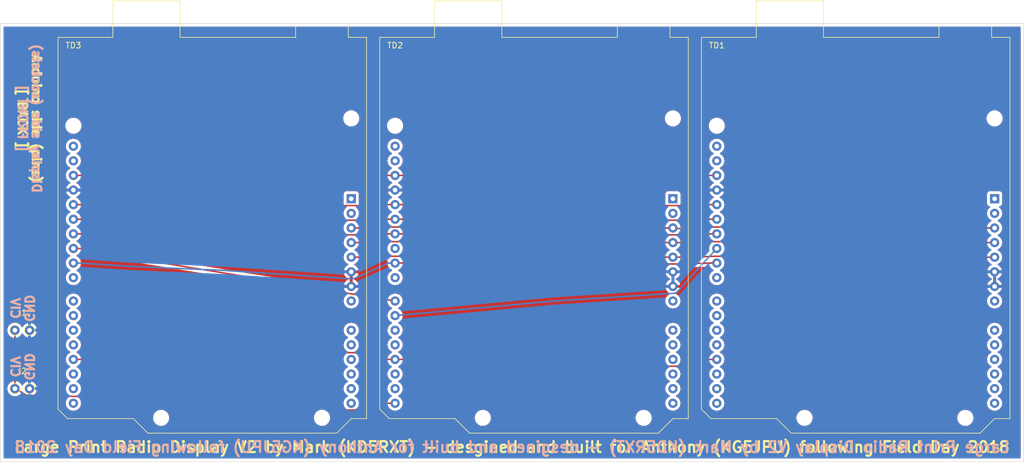
<source format=kicad_pcb>
(kicad_pcb (version 4) (host pcbnew 4.0.7)

  (general
    (links 32)
    (no_connects 0)
    (area 58.809667 76.940999 240.030001 157.480001)
    (thickness 1.6)
    (drawings 10)
    (tracks 168)
    (zones 0)
    (modules 5)
    (nets 14)
  )

  (page A4)
  (layers
    (0 F.Cu signal)
    (31 B.Cu signal)
    (32 B.Adhes user hide)
    (33 F.Adhes user hide)
    (34 B.Paste user hide)
    (35 F.Paste user hide)
    (36 B.SilkS user)
    (37 F.SilkS user)
    (38 B.Mask user)
    (39 F.Mask user)
    (40 Dwgs.User user hide)
    (41 Cmts.User user hide)
    (42 Eco1.User user hide)
    (43 Eco2.User user hide)
    (44 Edge.Cuts user)
    (45 Margin user hide)
    (46 B.CrtYd user hide)
    (47 F.CrtYd user hide)
    (48 B.Fab user hide)
    (49 F.Fab user hide)
  )

  (setup
    (last_trace_width 0.254)
    (trace_clearance 0.254)
    (zone_clearance 0.508)
    (zone_45_only no)
    (trace_min 0.254)
    (segment_width 0.2)
    (edge_width 0.1)
    (via_size 0.6858)
    (via_drill 0.3302)
    (via_min_size 0.3302)
    (via_min_drill 0.3)
    (uvia_size 0.3)
    (uvia_drill 0.1)
    (uvias_allowed no)
    (uvia_min_size 0.2)
    (uvia_min_drill 0.1)
    (pcb_text_width 0.3)
    (pcb_text_size 1.5 1.5)
    (mod_edge_width 0.15)
    (mod_text_size 1 1)
    (mod_text_width 0.15)
    (pad_size 1.5 1.5)
    (pad_drill 0.6)
    (pad_to_mask_clearance 0)
    (aux_axis_origin 0 0)
    (visible_elements 7FFFFFFF)
    (pcbplotparams
      (layerselection 0x010f0_80000001)
      (usegerberextensions false)
      (excludeedgelayer true)
      (linewidth 0.254000)
      (plotframeref false)
      (viasonmask true)
      (mode 1)
      (useauxorigin false)
      (hpglpennumber 1)
      (hpglpenspeed 20)
      (hpglpendiameter 15)
      (hpglpenoverlay 2)
      (psnegative false)
      (psa4output false)
      (plotreference true)
      (plotvalue true)
      (plotinvisibletext false)
      (padsonsilk false)
      (subtractmaskfromsilk true)
      (outputformat 1)
      (mirror false)
      (drillshape 0)
      (scaleselection 1)
      (outputdirectory GERBER_files/))
  )

  (net 0 "")
  (net 1 "Net-(J1-Pad1)")
  (net 2 GND)
  (net 3 "Net-(TD1-Pad3)")
  (net 4 "Net-(TD1-PadRST)")
  (net 5 "Net-(TD1-Pad3V3)")
  (net 6 "Net-(TD1-Pad5V)")
  (net 7 "Net-(TD1-Pad9)")
  (net 8 "Net-(TD1-Pad10)")
  (net 9 "Net-(TD1-Pad11)")
  (net 10 "Net-(TD1-Pad12)")
  (net 11 "Net-(TD1-Pad13)")
  (net 12 "Net-(TD1-PadAREF)")
  (net 13 "Net-(TD2-Pad7)")

  (net_class Default "This is the default net class."
    (clearance 0.254)
    (trace_width 0.254)
    (via_dia 0.6858)
    (via_drill 0.3302)
    (uvia_dia 0.3)
    (uvia_drill 0.1)
    (add_net GND)
    (add_net "Net-(J1-Pad1)")
    (add_net "Net-(TD1-Pad10)")
    (add_net "Net-(TD1-Pad11)")
    (add_net "Net-(TD1-Pad12)")
    (add_net "Net-(TD1-Pad13)")
    (add_net "Net-(TD1-Pad3)")
    (add_net "Net-(TD1-Pad3V3)")
    (add_net "Net-(TD1-Pad5V)")
    (add_net "Net-(TD1-Pad9)")
    (add_net "Net-(TD1-PadAREF)")
    (add_net "Net-(TD1-PadRST)")
    (add_net "Net-(TD2-Pad7)")
  )

  (module MJC:Arduino_UNO_R3_WithMountingHoles (layer F.Cu) (tedit 5B6F9E43) (tstamp 5B6131A7)
    (at 121.92 111.76 270)
    (descr "Arduino UNO R3, http://www.mouser.com/pdfdocs/Gravitech_Arduino_Nano3_0.pdf")
    (tags "Arduino UNO R3")
    (path /5B4A7A73)
    (fp_text reference TD3 (at -26.67 48.26 360) (layer F.SilkS)
      (effects (font (size 1 1) (thickness 0.15)))
    )
    (fp_text value TDisplay (at 0 22.86 270) (layer F.Fab)
      (effects (font (size 1 1) (thickness 0.15)))
    )
    (fp_text user %R (at 0 20.32 450) (layer F.Fab)
      (effects (font (size 1 1) (thickness 0.15)))
    )
    (fp_line (start 38.35 -2.79) (end 38.35 0) (layer F.CrtYd) (width 0.05))
    (fp_line (start 38.35 0) (end 40.89 2.54) (layer F.CrtYd) (width 0.05))
    (fp_line (start 40.89 2.54) (end 40.89 35.31) (layer F.CrtYd) (width 0.05))
    (fp_line (start 40.89 35.31) (end 38.35 37.85) (layer F.CrtYd) (width 0.05))
    (fp_line (start 38.35 37.85) (end 38.35 49.28) (layer F.CrtYd) (width 0.05))
    (fp_line (start 38.35 49.28) (end 36.58 51.05) (layer F.CrtYd) (width 0.05))
    (fp_line (start 36.58 51.05) (end -28.19 51.05) (layer F.CrtYd) (width 0.05))
    (fp_line (start -28.19 51.05) (end -28.19 41.53) (layer F.CrtYd) (width 0.05))
    (fp_line (start -28.19 41.53) (end -34.54 41.53) (layer F.CrtYd) (width 0.05))
    (fp_line (start -34.54 41.53) (end -34.54 29.59) (layer F.CrtYd) (width 0.05))
    (fp_line (start -34.54 29.59) (end -28.19 29.59) (layer F.CrtYd) (width 0.05))
    (fp_line (start -28.19 29.59) (end -28.19 9.78) (layer F.CrtYd) (width 0.05))
    (fp_line (start -28.19 9.78) (end -30.1 9.78) (layer F.CrtYd) (width 0.05))
    (fp_line (start -30.1 9.78) (end -30.1 0.38) (layer F.CrtYd) (width 0.05))
    (fp_line (start -30.1 0.38) (end -28.19 0.38) (layer F.CrtYd) (width 0.05))
    (fp_line (start -28.19 0.38) (end -28.19 -2.79) (layer F.CrtYd) (width 0.05))
    (fp_line (start -28.19 -2.79) (end 38.35 -2.79) (layer F.CrtYd) (width 0.05))
    (fp_line (start 40.77 35.31) (end 40.77 2.54) (layer F.SilkS) (width 0.12))
    (fp_line (start 40.77 2.54) (end 38.23 0) (layer F.SilkS) (width 0.12))
    (fp_line (start 38.23 0) (end 38.23 -2.67) (layer F.SilkS) (width 0.12))
    (fp_line (start 38.23 -2.67) (end -28.07 -2.67) (layer F.SilkS) (width 0.12))
    (fp_line (start -28.07 -2.67) (end -28.07 0.51) (layer F.SilkS) (width 0.12))
    (fp_line (start -28.07 0.51) (end -29.97 0.51) (layer F.SilkS) (width 0.12))
    (fp_line (start -29.97 9.65) (end -28.07 9.65) (layer F.SilkS) (width 0.12))
    (fp_line (start -28.07 9.65) (end -28.07 29.72) (layer F.SilkS) (width 0.12))
    (fp_line (start -28.07 29.72) (end -34.42 29.72) (layer F.SilkS) (width 0.12))
    (fp_line (start -34.42 29.72) (end -34.42 41.4) (layer F.SilkS) (width 0.12))
    (fp_line (start -34.42 41.4) (end -28.07 41.4) (layer F.SilkS) (width 0.12))
    (fp_line (start -28.07 41.4) (end -28.07 50.93) (layer F.SilkS) (width 0.12))
    (fp_line (start -28.07 50.93) (end 36.58 50.93) (layer F.SilkS) (width 0.12))
    (fp_line (start 36.58 50.93) (end 38.23 49.28) (layer F.SilkS) (width 0.12))
    (fp_line (start 38.23 49.28) (end 38.23 37.85) (layer F.SilkS) (width 0.12))
    (fp_line (start 38.23 37.85) (end 40.77 35.31) (layer F.SilkS) (width 0.12))
    (fp_line (start 38.1 37.85) (end 38.1 49.28) (layer F.Fab) (width 0.1))
    (fp_line (start 40.64 2.54) (end 40.64 35.31) (layer F.Fab) (width 0.1))
    (fp_line (start 40.64 35.31) (end 38.1 37.85) (layer F.Fab) (width 0.1))
    (fp_line (start 38.1 -2.54) (end 38.1 0) (layer F.Fab) (width 0.1))
    (fp_line (start 38.1 0) (end 40.64 2.54) (layer F.Fab) (width 0.1))
    (fp_line (start 38.1 49.28) (end 36.58 50.8) (layer F.Fab) (width 0.1))
    (fp_line (start 36.58 50.8) (end -27.94 50.8) (layer F.Fab) (width 0.1))
    (fp_line (start -27.94 50.8) (end -27.94 -2.54) (layer F.Fab) (width 0.1))
    (fp_line (start -27.94 -2.54) (end 38.1 -2.54) (layer F.Fab) (width 0.1))
    (pad SCL thru_hole oval (at -9.14 48.26) (size 1.6 1.6) (drill 0.8) (layers *.Cu *.Mask))
    (pad SDA thru_hole oval (at -6.6 48.26) (size 1.6 1.6) (drill 0.8) (layers *.Cu *.Mask))
    (pad NC thru_hole rect (at 0 0) (size 1.6 1.6) (drill 0.8) (layers *.Cu *.Mask))
    (pad 2 thru_hole oval (at 30.48 48.26) (size 1.6 1.6) (drill 0.8) (layers *.Cu *.Mask))
    (pad IORF thru_hole oval (at 2.54 0) (size 1.6 1.6) (drill 0.8) (layers *.Cu *.Mask))
    (pad 3 thru_hole oval (at 27.94 48.26) (size 1.6 1.6) (drill 0.8) (layers *.Cu *.Mask)
      (net 3 "Net-(TD1-Pad3)"))
    (pad RST thru_hole oval (at 5.08 0) (size 1.6 1.6) (drill 0.8) (layers *.Cu *.Mask)
      (net 4 "Net-(TD1-PadRST)"))
    (pad 4 thru_hole oval (at 25.4 48.26) (size 1.6 1.6) (drill 0.8) (layers *.Cu *.Mask))
    (pad 3V3 thru_hole oval (at 7.62 0) (size 1.6 1.6) (drill 0.8) (layers *.Cu *.Mask)
      (net 5 "Net-(TD1-Pad3V3)"))
    (pad 5 thru_hole oval (at 22.86 48.26) (size 1.6 1.6) (drill 0.8) (layers *.Cu *.Mask))
    (pad 5V thru_hole oval (at 10.16 0) (size 1.6 1.6) (drill 0.8) (layers *.Cu *.Mask)
      (net 6 "Net-(TD1-Pad5V)"))
    (pad 6 thru_hole oval (at 20.32 48.26) (size 1.6 1.6) (drill 0.8) (layers *.Cu *.Mask))
    (pad GND thru_hole oval (at 12.7 0) (size 1.6 1.6) (drill 0.8) (layers *.Cu *.Mask)
      (net 2 GND))
    (pad 7 thru_hole oval (at 17.78 48.26) (size 1.6 1.6) (drill 0.8) (layers *.Cu *.Mask))
    (pad GND thru_hole oval (at 15.24 0) (size 1.6 1.6) (drill 0.8) (layers *.Cu *.Mask)
      (net 2 GND))
    (pad 8 thru_hole oval (at 13.72 48.26) (size 1.6 1.6) (drill 0.8) (layers *.Cu *.Mask))
    (pad VIN thru_hole oval (at 17.78 0) (size 1.6 1.6) (drill 0.8) (layers *.Cu *.Mask))
    (pad 9 thru_hole oval (at 11.18 48.26) (size 1.6 1.6) (drill 0.8) (layers *.Cu *.Mask)
      (net 7 "Net-(TD1-Pad9)"))
    (pad AD0 thru_hole oval (at 22.86 0) (size 1.6 1.6) (drill 0.8) (layers *.Cu *.Mask))
    (pad 10 thru_hole oval (at 8.64 48.26) (size 1.6 1.6) (drill 0.8) (layers *.Cu *.Mask)
      (net 13 "Net-(TD2-Pad7)"))
    (pad AD1 thru_hole oval (at 25.4 0) (size 1.6 1.6) (drill 0.8) (layers *.Cu *.Mask))
    (pad 11 thru_hole oval (at 6.1 48.26) (size 1.6 1.6) (drill 0.8) (layers *.Cu *.Mask)
      (net 9 "Net-(TD1-Pad11)"))
    (pad AD2 thru_hole oval (at 27.94 0) (size 1.6 1.6) (drill 0.8) (layers *.Cu *.Mask))
    (pad 12 thru_hole oval (at 3.56 48.26) (size 1.6 1.6) (drill 0.8) (layers *.Cu *.Mask)
      (net 10 "Net-(TD1-Pad12)"))
    (pad AD3 thru_hole oval (at 30.48 0) (size 1.6 1.6) (drill 0.8) (layers *.Cu *.Mask))
    (pad 13 thru_hole oval (at 1.02 48.26) (size 1.6 1.6) (drill 0.8) (layers *.Cu *.Mask)
      (net 11 "Net-(TD1-Pad13)"))
    (pad AD4 thru_hole oval (at 33.02 0) (size 1.6 1.6) (drill 0.8) (layers *.Cu *.Mask))
    (pad GND thru_hole oval (at -1.52 48.26) (size 1.6 1.6) (drill 0.8) (layers *.Cu *.Mask)
      (net 2 GND))
    (pad AD5 thru_hole oval (at 35.56 0) (size 1.6 1.6) (drill 0.8) (layers *.Cu *.Mask))
    (pad AREF thru_hole oval (at -4.06 48.26) (size 1.6 1.6) (drill 0.8) (layers *.Cu *.Mask)
      (net 12 "Net-(TD1-PadAREF)"))
    (pad 0 thru_hole oval (at 35.56 48.26) (size 1.6 1.6) (drill 0.8) (layers *.Cu *.Mask))
    (pad 1 thru_hole oval (at 33.02 48.26) (size 1.6 1.6) (drill 0.8) (layers *.Cu *.Mask))
    (pad "" np_thru_hole circle (at -13.97 0) (size 1.78 1.78) (drill 1.78) (layers *.Cu *.Mask))
    (pad "" np_thru_hole circle (at -12.7 48.26) (size 1.78 1.78) (drill 1.78) (layers *.Cu *.Mask))
    (pad "" np_thru_hole circle (at 38.1 33.02) (size 1.78 1.78) (drill 1.78) (layers *.Cu *.Mask))
    (pad "" np_thru_hole circle (at 38.1 5.08) (size 1.78 1.78) (drill 1.78) (layers *.Cu *.Mask))
  )

  (module MJC:2pin (layer F.Cu) (tedit 5B6F9D65) (tstamp 5B6130A2)
    (at 63.5 134.62)
    (descr "module 1 pin (ou trou mecanique de percage)")
    (tags DEV)
    (path /5B4ACCA7)
    (fp_text reference J1 (at 1.1938 -3.048) (layer F.SilkS)
      (effects (font (size 1 1) (thickness 0.15)))
    )
    (fp_text value MonoJack-2pin (at 1.397 2.9972) (layer F.Fab)
      (effects (font (size 1 1) (thickness 0.15)))
    )
    (fp_circle (center 0 0) (end 0.8 0.2) (layer F.Fab) (width 0.1))
    (fp_circle (center 0 0) (end 1 0) (layer F.CrtYd) (width 0.05))
    (fp_circle (center 0 0) (end 0 0.9) (layer F.SilkS) (width 0.12))
    (fp_circle (center 2.54 0) (end 3.34 0.2) (layer F.Fab) (width 0.1))
    (fp_circle (center 2.54 0) (end 2.54 0.9) (layer F.SilkS) (width 0.12))
    (fp_circle (center 2.54 0) (end 3.54 0) (layer F.CrtYd) (width 0.05))
    (pad 1 thru_hole circle (at 0 0) (size 1.6 1.6) (drill 0.8) (layers *.Cu *.Mask)
      (net 1 "Net-(J1-Pad1)"))
    (pad GND thru_hole oval (at 2.54 0) (size 1.6 1.6) (drill 0.8) (layers *.Cu *.Mask)
      (net 2 GND))
  )

  (module MJC:2pin (layer F.Cu) (tedit 5B6F9D6C) (tstamp 5B6130AE)
    (at 63.5 144.78)
    (descr "module 1 pin (ou trou mecanique de percage)")
    (tags DEV)
    (path /5B4ACCEE)
    (fp_text reference J2 (at 1.1938 -3.048) (layer F.SilkS)
      (effects (font (size 1 1) (thickness 0.15)))
    )
    (fp_text value MonoJack-2pin (at 1.397 2.9972) (layer F.Fab)
      (effects (font (size 1 1) (thickness 0.15)))
    )
    (fp_circle (center 0 0) (end 0.8 0.2) (layer F.Fab) (width 0.1))
    (fp_circle (center 0 0) (end 1 0) (layer F.CrtYd) (width 0.05))
    (fp_circle (center 0 0) (end 0 0.9) (layer F.SilkS) (width 0.12))
    (fp_circle (center 2.54 0) (end 3.34 0.2) (layer F.Fab) (width 0.1))
    (fp_circle (center 2.54 0) (end 2.54 0.9) (layer F.SilkS) (width 0.12))
    (fp_circle (center 2.54 0) (end 3.54 0) (layer F.CrtYd) (width 0.05))
    (pad 1 thru_hole circle (at 0 0) (size 1.6 1.6) (drill 0.8) (layers *.Cu *.Mask)
      (net 1 "Net-(J1-Pad1)"))
    (pad GND thru_hole oval (at 2.54 0) (size 1.6 1.6) (drill 0.8) (layers *.Cu *.Mask)
      (net 2 GND))
  )

  (module MJC:Arduino_UNO_R3_WithMountingHoles (layer F.Cu) (tedit 5B6F9E35) (tstamp 5B613101)
    (at 233.68 111.76 270)
    (descr "Arduino UNO R3, http://www.mouser.com/pdfdocs/Gravitech_Arduino_Nano3_0.pdf")
    (tags "Arduino UNO R3")
    (path /5B4A79E1)
    (fp_text reference TD1 (at -26.67 48.26 360) (layer F.SilkS)
      (effects (font (size 1 1) (thickness 0.15)))
    )
    (fp_text value TDisplay (at 0 22.86 270) (layer F.Fab)
      (effects (font (size 1 1) (thickness 0.15)))
    )
    (fp_text user %R (at 0 20.32 450) (layer F.Fab)
      (effects (font (size 1 1) (thickness 0.15)))
    )
    (fp_line (start 38.35 -2.79) (end 38.35 0) (layer F.CrtYd) (width 0.05))
    (fp_line (start 38.35 0) (end 40.89 2.54) (layer F.CrtYd) (width 0.05))
    (fp_line (start 40.89 2.54) (end 40.89 35.31) (layer F.CrtYd) (width 0.05))
    (fp_line (start 40.89 35.31) (end 38.35 37.85) (layer F.CrtYd) (width 0.05))
    (fp_line (start 38.35 37.85) (end 38.35 49.28) (layer F.CrtYd) (width 0.05))
    (fp_line (start 38.35 49.28) (end 36.58 51.05) (layer F.CrtYd) (width 0.05))
    (fp_line (start 36.58 51.05) (end -28.19 51.05) (layer F.CrtYd) (width 0.05))
    (fp_line (start -28.19 51.05) (end -28.19 41.53) (layer F.CrtYd) (width 0.05))
    (fp_line (start -28.19 41.53) (end -34.54 41.53) (layer F.CrtYd) (width 0.05))
    (fp_line (start -34.54 41.53) (end -34.54 29.59) (layer F.CrtYd) (width 0.05))
    (fp_line (start -34.54 29.59) (end -28.19 29.59) (layer F.CrtYd) (width 0.05))
    (fp_line (start -28.19 29.59) (end -28.19 9.78) (layer F.CrtYd) (width 0.05))
    (fp_line (start -28.19 9.78) (end -30.1 9.78) (layer F.CrtYd) (width 0.05))
    (fp_line (start -30.1 9.78) (end -30.1 0.38) (layer F.CrtYd) (width 0.05))
    (fp_line (start -30.1 0.38) (end -28.19 0.38) (layer F.CrtYd) (width 0.05))
    (fp_line (start -28.19 0.38) (end -28.19 -2.79) (layer F.CrtYd) (width 0.05))
    (fp_line (start -28.19 -2.79) (end 38.35 -2.79) (layer F.CrtYd) (width 0.05))
    (fp_line (start 40.77 35.31) (end 40.77 2.54) (layer F.SilkS) (width 0.12))
    (fp_line (start 40.77 2.54) (end 38.23 0) (layer F.SilkS) (width 0.12))
    (fp_line (start 38.23 0) (end 38.23 -2.67) (layer F.SilkS) (width 0.12))
    (fp_line (start 38.23 -2.67) (end -28.07 -2.67) (layer F.SilkS) (width 0.12))
    (fp_line (start -28.07 -2.67) (end -28.07 0.51) (layer F.SilkS) (width 0.12))
    (fp_line (start -28.07 0.51) (end -29.97 0.51) (layer F.SilkS) (width 0.12))
    (fp_line (start -29.97 9.65) (end -28.07 9.65) (layer F.SilkS) (width 0.12))
    (fp_line (start -28.07 9.65) (end -28.07 29.72) (layer F.SilkS) (width 0.12))
    (fp_line (start -28.07 29.72) (end -34.42 29.72) (layer F.SilkS) (width 0.12))
    (fp_line (start -34.42 29.72) (end -34.42 41.4) (layer F.SilkS) (width 0.12))
    (fp_line (start -34.42 41.4) (end -28.07 41.4) (layer F.SilkS) (width 0.12))
    (fp_line (start -28.07 41.4) (end -28.07 50.93) (layer F.SilkS) (width 0.12))
    (fp_line (start -28.07 50.93) (end 36.58 50.93) (layer F.SilkS) (width 0.12))
    (fp_line (start 36.58 50.93) (end 38.23 49.28) (layer F.SilkS) (width 0.12))
    (fp_line (start 38.23 49.28) (end 38.23 37.85) (layer F.SilkS) (width 0.12))
    (fp_line (start 38.23 37.85) (end 40.77 35.31) (layer F.SilkS) (width 0.12))
    (fp_line (start 38.1 37.85) (end 38.1 49.28) (layer F.Fab) (width 0.1))
    (fp_line (start 40.64 2.54) (end 40.64 35.31) (layer F.Fab) (width 0.1))
    (fp_line (start 40.64 35.31) (end 38.1 37.85) (layer F.Fab) (width 0.1))
    (fp_line (start 38.1 -2.54) (end 38.1 0) (layer F.Fab) (width 0.1))
    (fp_line (start 38.1 0) (end 40.64 2.54) (layer F.Fab) (width 0.1))
    (fp_line (start 38.1 49.28) (end 36.58 50.8) (layer F.Fab) (width 0.1))
    (fp_line (start 36.58 50.8) (end -27.94 50.8) (layer F.Fab) (width 0.1))
    (fp_line (start -27.94 50.8) (end -27.94 -2.54) (layer F.Fab) (width 0.1))
    (fp_line (start -27.94 -2.54) (end 38.1 -2.54) (layer F.Fab) (width 0.1))
    (pad SCL thru_hole oval (at -9.14 48.26) (size 1.6 1.6) (drill 0.8) (layers *.Cu *.Mask))
    (pad SDA thru_hole oval (at -6.6 48.26) (size 1.6 1.6) (drill 0.8) (layers *.Cu *.Mask))
    (pad NC thru_hole rect (at 0 0) (size 1.6 1.6) (drill 0.8) (layers *.Cu *.Mask))
    (pad 2 thru_hole oval (at 30.48 48.26) (size 1.6 1.6) (drill 0.8) (layers *.Cu *.Mask))
    (pad IORF thru_hole oval (at 2.54 0) (size 1.6 1.6) (drill 0.8) (layers *.Cu *.Mask))
    (pad 3 thru_hole oval (at 27.94 48.26) (size 1.6 1.6) (drill 0.8) (layers *.Cu *.Mask)
      (net 3 "Net-(TD1-Pad3)"))
    (pad RST thru_hole oval (at 5.08 0) (size 1.6 1.6) (drill 0.8) (layers *.Cu *.Mask)
      (net 4 "Net-(TD1-PadRST)"))
    (pad 4 thru_hole oval (at 25.4 48.26) (size 1.6 1.6) (drill 0.8) (layers *.Cu *.Mask))
    (pad 3V3 thru_hole oval (at 7.62 0) (size 1.6 1.6) (drill 0.8) (layers *.Cu *.Mask)
      (net 5 "Net-(TD1-Pad3V3)"))
    (pad 5 thru_hole oval (at 22.86 48.26) (size 1.6 1.6) (drill 0.8) (layers *.Cu *.Mask))
    (pad 5V thru_hole oval (at 10.16 0) (size 1.6 1.6) (drill 0.8) (layers *.Cu *.Mask)
      (net 6 "Net-(TD1-Pad5V)"))
    (pad 6 thru_hole oval (at 20.32 48.26) (size 1.6 1.6) (drill 0.8) (layers *.Cu *.Mask))
    (pad GND thru_hole oval (at 12.7 0) (size 1.6 1.6) (drill 0.8) (layers *.Cu *.Mask)
      (net 2 GND))
    (pad 7 thru_hole oval (at 17.78 48.26) (size 1.6 1.6) (drill 0.8) (layers *.Cu *.Mask))
    (pad GND thru_hole oval (at 15.24 0) (size 1.6 1.6) (drill 0.8) (layers *.Cu *.Mask)
      (net 2 GND))
    (pad 8 thru_hole oval (at 13.72 48.26) (size 1.6 1.6) (drill 0.8) (layers *.Cu *.Mask))
    (pad VIN thru_hole oval (at 17.78 0) (size 1.6 1.6) (drill 0.8) (layers *.Cu *.Mask))
    (pad 9 thru_hole oval (at 11.18 48.26) (size 1.6 1.6) (drill 0.8) (layers *.Cu *.Mask)
      (net 7 "Net-(TD1-Pad9)"))
    (pad AD0 thru_hole oval (at 22.86 0) (size 1.6 1.6) (drill 0.8) (layers *.Cu *.Mask))
    (pad 10 thru_hole oval (at 8.64 48.26) (size 1.6 1.6) (drill 0.8) (layers *.Cu *.Mask)
      (net 8 "Net-(TD1-Pad10)"))
    (pad AD1 thru_hole oval (at 25.4 0) (size 1.6 1.6) (drill 0.8) (layers *.Cu *.Mask))
    (pad 11 thru_hole oval (at 6.1 48.26) (size 1.6 1.6) (drill 0.8) (layers *.Cu *.Mask)
      (net 9 "Net-(TD1-Pad11)"))
    (pad AD2 thru_hole oval (at 27.94 0) (size 1.6 1.6) (drill 0.8) (layers *.Cu *.Mask))
    (pad 12 thru_hole oval (at 3.56 48.26) (size 1.6 1.6) (drill 0.8) (layers *.Cu *.Mask)
      (net 10 "Net-(TD1-Pad12)"))
    (pad AD3 thru_hole oval (at 30.48 0) (size 1.6 1.6) (drill 0.8) (layers *.Cu *.Mask))
    (pad 13 thru_hole oval (at 1.02 48.26) (size 1.6 1.6) (drill 0.8) (layers *.Cu *.Mask)
      (net 11 "Net-(TD1-Pad13)"))
    (pad AD4 thru_hole oval (at 33.02 0) (size 1.6 1.6) (drill 0.8) (layers *.Cu *.Mask))
    (pad GND thru_hole oval (at -1.52 48.26) (size 1.6 1.6) (drill 0.8) (layers *.Cu *.Mask)
      (net 2 GND))
    (pad AD5 thru_hole oval (at 35.56 0) (size 1.6 1.6) (drill 0.8) (layers *.Cu *.Mask))
    (pad AREF thru_hole oval (at -4.06 48.26) (size 1.6 1.6) (drill 0.8) (layers *.Cu *.Mask)
      (net 12 "Net-(TD1-PadAREF)"))
    (pad 0 thru_hole oval (at 35.56 48.26) (size 1.6 1.6) (drill 0.8) (layers *.Cu *.Mask))
    (pad 1 thru_hole oval (at 33.02 48.26) (size 1.6 1.6) (drill 0.8) (layers *.Cu *.Mask))
    (pad "" np_thru_hole circle (at -13.97 0) (size 1.78 1.78) (drill 1.78) (layers *.Cu *.Mask))
    (pad "" np_thru_hole circle (at -12.7 48.26) (size 1.78 1.78) (drill 1.78) (layers *.Cu *.Mask))
    (pad "" np_thru_hole circle (at 38.1 33.02) (size 1.78 1.78) (drill 1.78) (layers *.Cu *.Mask))
    (pad "" np_thru_hole circle (at 38.1 5.08) (size 1.78 1.78) (drill 1.78) (layers *.Cu *.Mask))
  )

  (module MJC:Arduino_UNO_R3_WithMountingHoles (layer F.Cu) (tedit 5B6F9E3C) (tstamp 5B613154)
    (at 177.8 111.76 270)
    (descr "Arduino UNO R3, http://www.mouser.com/pdfdocs/Gravitech_Arduino_Nano3_0.pdf")
    (tags "Arduino UNO R3")
    (path /5B4A7916)
    (fp_text reference TD2 (at -26.67 48.26 360) (layer F.SilkS)
      (effects (font (size 1 1) (thickness 0.15)))
    )
    (fp_text value TDisplay (at 0 22.86 270) (layer F.Fab)
      (effects (font (size 1 1) (thickness 0.15)))
    )
    (fp_text user %R (at 0 20.32 450) (layer F.Fab)
      (effects (font (size 1 1) (thickness 0.15)))
    )
    (fp_line (start 38.35 -2.79) (end 38.35 0) (layer F.CrtYd) (width 0.05))
    (fp_line (start 38.35 0) (end 40.89 2.54) (layer F.CrtYd) (width 0.05))
    (fp_line (start 40.89 2.54) (end 40.89 35.31) (layer F.CrtYd) (width 0.05))
    (fp_line (start 40.89 35.31) (end 38.35 37.85) (layer F.CrtYd) (width 0.05))
    (fp_line (start 38.35 37.85) (end 38.35 49.28) (layer F.CrtYd) (width 0.05))
    (fp_line (start 38.35 49.28) (end 36.58 51.05) (layer F.CrtYd) (width 0.05))
    (fp_line (start 36.58 51.05) (end -28.19 51.05) (layer F.CrtYd) (width 0.05))
    (fp_line (start -28.19 51.05) (end -28.19 41.53) (layer F.CrtYd) (width 0.05))
    (fp_line (start -28.19 41.53) (end -34.54 41.53) (layer F.CrtYd) (width 0.05))
    (fp_line (start -34.54 41.53) (end -34.54 29.59) (layer F.CrtYd) (width 0.05))
    (fp_line (start -34.54 29.59) (end -28.19 29.59) (layer F.CrtYd) (width 0.05))
    (fp_line (start -28.19 29.59) (end -28.19 9.78) (layer F.CrtYd) (width 0.05))
    (fp_line (start -28.19 9.78) (end -30.1 9.78) (layer F.CrtYd) (width 0.05))
    (fp_line (start -30.1 9.78) (end -30.1 0.38) (layer F.CrtYd) (width 0.05))
    (fp_line (start -30.1 0.38) (end -28.19 0.38) (layer F.CrtYd) (width 0.05))
    (fp_line (start -28.19 0.38) (end -28.19 -2.79) (layer F.CrtYd) (width 0.05))
    (fp_line (start -28.19 -2.79) (end 38.35 -2.79) (layer F.CrtYd) (width 0.05))
    (fp_line (start 40.77 35.31) (end 40.77 2.54) (layer F.SilkS) (width 0.12))
    (fp_line (start 40.77 2.54) (end 38.23 0) (layer F.SilkS) (width 0.12))
    (fp_line (start 38.23 0) (end 38.23 -2.67) (layer F.SilkS) (width 0.12))
    (fp_line (start 38.23 -2.67) (end -28.07 -2.67) (layer F.SilkS) (width 0.12))
    (fp_line (start -28.07 -2.67) (end -28.07 0.51) (layer F.SilkS) (width 0.12))
    (fp_line (start -28.07 0.51) (end -29.97 0.51) (layer F.SilkS) (width 0.12))
    (fp_line (start -29.97 9.65) (end -28.07 9.65) (layer F.SilkS) (width 0.12))
    (fp_line (start -28.07 9.65) (end -28.07 29.72) (layer F.SilkS) (width 0.12))
    (fp_line (start -28.07 29.72) (end -34.42 29.72) (layer F.SilkS) (width 0.12))
    (fp_line (start -34.42 29.72) (end -34.42 41.4) (layer F.SilkS) (width 0.12))
    (fp_line (start -34.42 41.4) (end -28.07 41.4) (layer F.SilkS) (width 0.12))
    (fp_line (start -28.07 41.4) (end -28.07 50.93) (layer F.SilkS) (width 0.12))
    (fp_line (start -28.07 50.93) (end 36.58 50.93) (layer F.SilkS) (width 0.12))
    (fp_line (start 36.58 50.93) (end 38.23 49.28) (layer F.SilkS) (width 0.12))
    (fp_line (start 38.23 49.28) (end 38.23 37.85) (layer F.SilkS) (width 0.12))
    (fp_line (start 38.23 37.85) (end 40.77 35.31) (layer F.SilkS) (width 0.12))
    (fp_line (start 38.1 37.85) (end 38.1 49.28) (layer F.Fab) (width 0.1))
    (fp_line (start 40.64 2.54) (end 40.64 35.31) (layer F.Fab) (width 0.1))
    (fp_line (start 40.64 35.31) (end 38.1 37.85) (layer F.Fab) (width 0.1))
    (fp_line (start 38.1 -2.54) (end 38.1 0) (layer F.Fab) (width 0.1))
    (fp_line (start 38.1 0) (end 40.64 2.54) (layer F.Fab) (width 0.1))
    (fp_line (start 38.1 49.28) (end 36.58 50.8) (layer F.Fab) (width 0.1))
    (fp_line (start 36.58 50.8) (end -27.94 50.8) (layer F.Fab) (width 0.1))
    (fp_line (start -27.94 50.8) (end -27.94 -2.54) (layer F.Fab) (width 0.1))
    (fp_line (start -27.94 -2.54) (end 38.1 -2.54) (layer F.Fab) (width 0.1))
    (pad SCL thru_hole oval (at -9.14 48.26) (size 1.6 1.6) (drill 0.8) (layers *.Cu *.Mask))
    (pad SDA thru_hole oval (at -6.6 48.26) (size 1.6 1.6) (drill 0.8) (layers *.Cu *.Mask))
    (pad NC thru_hole rect (at 0 0) (size 1.6 1.6) (drill 0.8) (layers *.Cu *.Mask))
    (pad 2 thru_hole oval (at 30.48 48.26) (size 1.6 1.6) (drill 0.8) (layers *.Cu *.Mask))
    (pad IORF thru_hole oval (at 2.54 0) (size 1.6 1.6) (drill 0.8) (layers *.Cu *.Mask))
    (pad 3 thru_hole oval (at 27.94 48.26) (size 1.6 1.6) (drill 0.8) (layers *.Cu *.Mask)
      (net 3 "Net-(TD1-Pad3)"))
    (pad RST thru_hole oval (at 5.08 0) (size 1.6 1.6) (drill 0.8) (layers *.Cu *.Mask)
      (net 4 "Net-(TD1-PadRST)"))
    (pad 4 thru_hole oval (at 25.4 48.26) (size 1.6 1.6) (drill 0.8) (layers *.Cu *.Mask))
    (pad 3V3 thru_hole oval (at 7.62 0) (size 1.6 1.6) (drill 0.8) (layers *.Cu *.Mask)
      (net 5 "Net-(TD1-Pad3V3)"))
    (pad 5 thru_hole oval (at 22.86 48.26) (size 1.6 1.6) (drill 0.8) (layers *.Cu *.Mask))
    (pad 5V thru_hole oval (at 10.16 0) (size 1.6 1.6) (drill 0.8) (layers *.Cu *.Mask)
      (net 6 "Net-(TD1-Pad5V)"))
    (pad 6 thru_hole oval (at 20.32 48.26) (size 1.6 1.6) (drill 0.8) (layers *.Cu *.Mask)
      (net 8 "Net-(TD1-Pad10)"))
    (pad GND thru_hole oval (at 12.7 0) (size 1.6 1.6) (drill 0.8) (layers *.Cu *.Mask)
      (net 2 GND))
    (pad 7 thru_hole oval (at 17.78 48.26) (size 1.6 1.6) (drill 0.8) (layers *.Cu *.Mask)
      (net 13 "Net-(TD2-Pad7)"))
    (pad GND thru_hole oval (at 15.24 0) (size 1.6 1.6) (drill 0.8) (layers *.Cu *.Mask)
      (net 2 GND))
    (pad 8 thru_hole oval (at 13.72 48.26) (size 1.6 1.6) (drill 0.8) (layers *.Cu *.Mask))
    (pad VIN thru_hole oval (at 17.78 0) (size 1.6 1.6) (drill 0.8) (layers *.Cu *.Mask))
    (pad 9 thru_hole oval (at 11.18 48.26) (size 1.6 1.6) (drill 0.8) (layers *.Cu *.Mask)
      (net 7 "Net-(TD1-Pad9)"))
    (pad AD0 thru_hole oval (at 22.86 0) (size 1.6 1.6) (drill 0.8) (layers *.Cu *.Mask))
    (pad 10 thru_hole oval (at 8.64 48.26) (size 1.6 1.6) (drill 0.8) (layers *.Cu *.Mask))
    (pad AD1 thru_hole oval (at 25.4 0) (size 1.6 1.6) (drill 0.8) (layers *.Cu *.Mask))
    (pad 11 thru_hole oval (at 6.1 48.26) (size 1.6 1.6) (drill 0.8) (layers *.Cu *.Mask)
      (net 9 "Net-(TD1-Pad11)"))
    (pad AD2 thru_hole oval (at 27.94 0) (size 1.6 1.6) (drill 0.8) (layers *.Cu *.Mask))
    (pad 12 thru_hole oval (at 3.56 48.26) (size 1.6 1.6) (drill 0.8) (layers *.Cu *.Mask)
      (net 10 "Net-(TD1-Pad12)"))
    (pad AD3 thru_hole oval (at 30.48 0) (size 1.6 1.6) (drill 0.8) (layers *.Cu *.Mask))
    (pad 13 thru_hole oval (at 1.02 48.26) (size 1.6 1.6) (drill 0.8) (layers *.Cu *.Mask)
      (net 11 "Net-(TD1-Pad13)"))
    (pad AD4 thru_hole oval (at 33.02 0) (size 1.6 1.6) (drill 0.8) (layers *.Cu *.Mask))
    (pad GND thru_hole oval (at -1.52 48.26) (size 1.6 1.6) (drill 0.8) (layers *.Cu *.Mask)
      (net 2 GND))
    (pad AD5 thru_hole oval (at 35.56 0) (size 1.6 1.6) (drill 0.8) (layers *.Cu *.Mask))
    (pad AREF thru_hole oval (at -4.06 48.26) (size 1.6 1.6) (drill 0.8) (layers *.Cu *.Mask)
      (net 12 "Net-(TD1-PadAREF)"))
    (pad 0 thru_hole oval (at 35.56 48.26) (size 1.6 1.6) (drill 0.8) (layers *.Cu *.Mask)
      (net 1 "Net-(J1-Pad1)"))
    (pad 1 thru_hole oval (at 33.02 48.26) (size 1.6 1.6) (drill 0.8) (layers *.Cu *.Mask))
    (pad "" np_thru_hole circle (at -13.97 0) (size 1.78 1.78) (drill 1.78) (layers *.Cu *.Mask))
    (pad "" np_thru_hole circle (at -12.7 48.26) (size 1.78 1.78) (drill 1.78) (layers *.Cu *.Mask))
    (pad "" np_thru_hole circle (at 38.1 33.02) (size 1.78 1.78) (drill 1.78) (layers *.Cu *.Mask))
    (pad "" np_thru_hole circle (at 38.1 5.08) (size 1.78 1.78) (drill 1.78) (layers *.Cu *.Mask))
  )

  (gr_line (start 60.96 81.28) (end 60.96 157.48) (angle 90) (layer Edge.Cuts) (width 0.1))
  (gr_line (start 238.76 81.28) (end 60.96 81.28) (angle 90) (layer Edge.Cuts) (width 0.1))
  (gr_line (start 238.76 157.48) (end 238.76 81.28) (angle 90) (layer Edge.Cuts) (width 0.1))
  (gr_line (start 60.96 157.48) (end 238.76 157.48) (angle 90) (layer Edge.Cuts) (width 0.1))
  (gr_text "GND\nCIV" (at 64.77 140.97 270) (layer B.SilkS)
    (effects (font (thickness 0.381)) (justify mirror))
  )
  (gr_text "GND\nCIV" (at 64.77 130.81 270) (layer B.SilkS)
    (effects (font (thickness 0.381)) (justify mirror))
  )
  (gr_text "Display side (sockets)\n[ FRONT ]" (at 66.04 97.79 270) (layer B.SilkS)
    (effects (font (thickness 0.381)) (justify mirror))
  )
  (gr_text "Arduino side (pins)\n[ BACK ]" (at 66.04 97.79 270) (layer F.SilkS)
    (effects (font (thickness 0.381)))
  )
  (gr_text "Large Print Radio Display V2 by Mark (KD5RXT) - desgined and built for Anthony (KG5JPU) following Field Day 2018" (at 149.86 154.94) (layer B.SilkS)
    (effects (font (size 1.905 1.905) (thickness 0.381)) (justify mirror))
  )
  (gr_text "Large Print Radio Display V2 by Mark (KD5RXT) - desgined and built for Anthony (KG5JPU) following Field Day 2018" (at 149.86 154.94) (layer F.SilkS)
    (effects (font (size 1.905 1.905) (thickness 0.381)))
  )

  (segment (start 64.4831 145.3093) (end 63.5 144.78) (width 0.254) (layer F.Cu) (net 1))
  (segment (start 65.5293 145.93) (end 64.4831 145.3093) (width 0.254) (layer F.Cu) (net 1))
  (segment (start 65.5825 145.9521) (end 65.5293 145.93) (width 0.254) (layer F.Cu) (net 1))
  (segment (start 65.6289 145.9613) (end 65.5825 145.9521) (width 0.254) (layer F.Cu) (net 1))
  (segment (start 66.8418 145.9613) (end 65.6289 145.9613) (width 0.254) (layer F.Cu) (net 1))
  (segment (start 74.0678 146.1374) (end 66.8418 145.9613) (width 0.254) (layer F.Cu) (net 1))
  (segment (start 119.0816 148.3238) (end 74.0678 146.1374) (width 0.254) (layer F.Cu) (net 1))
  (segment (start 121.52 148.5013) (end 119.0816 148.3238) (width 0.254) (layer F.Cu) (net 1))
  (segment (start 122.3366 148.5013) (end 121.52 148.5013) (width 0.254) (layer F.Cu) (net 1))
  (segment (start 123.913 148.1875) (end 122.3366 148.5013) (width 0.254) (layer F.Cu) (net 1))
  (segment (start 124.3941 148.1133) (end 123.913 148.1875) (width 0.254) (layer F.Cu) (net 1))
  (segment (start 128.3587 147.32) (end 124.3941 148.1133) (width 0.254) (layer F.Cu) (net 1))
  (segment (start 63.5 134.62) (end 63.5 144.78) (width 0.254) (layer F.Cu) (net 1))
  (segment (start 129.54 147.32) (end 128.3587 147.32) (width 0.254) (layer F.Cu) (net 1))
  (segment (start 185.42 110.24) (end 185.42 110.8306) (width 0.254) (layer B.Cu) (net 2))
  (segment (start 125.338 139.0408) (end 128.3587 139.7) (width 0.254) (layer F.Cu) (net 3))
  (segment (start 122.3308 138.5187) (end 125.338 139.0408) (width 0.254) (layer F.Cu) (net 3))
  (segment (start 121.5395 138.5187) (end 122.3308 138.5187) (width 0.254) (layer F.Cu) (net 3))
  (segment (start 121.3277 138.5239) (end 121.5395 138.5187) (width 0.254) (layer F.Cu) (net 3))
  (segment (start 121.0162 138.5392) (end 121.3277 138.5239) (width 0.254) (layer F.Cu) (net 3))
  (segment (start 76.0202 139.6421) (end 121.0162 138.5392) (width 0.254) (layer F.Cu) (net 3))
  (segment (start 74.8413 139.7) (end 76.0202 139.6421) (width 0.254) (layer F.Cu) (net 3))
  (segment (start 130.7245 139.7032) (end 130.7213 139.7) (width 0.254) (layer F.Cu) (net 3))
  (segment (start 134.1261 139.7126) (end 130.7245 139.7032) (width 0.254) (layer F.Cu) (net 3))
  (segment (start 177.3908 140.8813) (end 134.1261 139.7126) (width 0.254) (layer F.Cu) (net 3))
  (segment (start 178.2042 140.8813) (end 177.3908 140.8813) (width 0.254) (layer F.Cu) (net 3))
  (segment (start 178.2879 140.8681) (end 178.2042 140.8813) (width 0.254) (layer F.Cu) (net 3))
  (segment (start 182.8454 140.022) (end 178.2879 140.8681) (width 0.254) (layer F.Cu) (net 3))
  (segment (start 184.2387 139.7) (end 182.8454 140.022) (width 0.254) (layer F.Cu) (net 3))
  (segment (start 185.42 139.7) (end 184.2387 139.7) (width 0.254) (layer F.Cu) (net 3))
  (segment (start 73.66 139.7) (end 74.8413 139.7) (width 0.254) (layer F.Cu) (net 3))
  (segment (start 129.54 139.7) (end 130.7213 139.7) (width 0.254) (layer F.Cu) (net 3))
  (segment (start 129.54 139.7) (end 128.3587 139.7) (width 0.254) (layer F.Cu) (net 3))
  (segment (start 121.92 116.84) (end 123.1013 116.84) (width 0.254) (layer F.Cu) (net 4))
  (segment (start 233.68 116.84) (end 232.4987 116.84) (width 0.254) (layer F.Cu) (net 4))
  (segment (start 177.8 116.84) (end 176.6187 116.84) (width 0.254) (layer F.Cu) (net 4))
  (segment (start 206.0142 117.0321) (end 232.4987 116.84) (width 0.254) (layer F.Cu) (net 4))
  (segment (start 185.8327 116.6787) (end 206.0142 117.0321) (width 0.254) (layer F.Cu) (net 4))
  (segment (start 185.0329 116.6787) (end 185.8327 116.6787) (width 0.254) (layer F.Cu) (net 4))
  (segment (start 184.8314 116.6855) (end 185.0329 116.6787) (width 0.254) (layer F.Cu) (net 4))
  (segment (start 184.1206 116.7334) (end 184.8314 116.6855) (width 0.254) (layer F.Cu) (net 4))
  (segment (start 178.9866 116.9467) (end 184.1206 116.7334) (width 0.254) (layer F.Cu) (net 4))
  (segment (start 176.2771 116.8511) (end 178.9866 116.9467) (width 0.254) (layer F.Cu) (net 4))
  (segment (start 176.2771 116.851) (end 176.2771 116.8511) (width 0.254) (layer F.Cu) (net 4))
  (segment (start 150.4825 117.0381) (end 176.2771 116.851) (width 0.254) (layer F.Cu) (net 4))
  (segment (start 129.9536 116.6787) (end 150.4825 117.0381) (width 0.254) (layer F.Cu) (net 4))
  (segment (start 129.0526 116.6787) (end 129.9536 116.6787) (width 0.254) (layer F.Cu) (net 4))
  (segment (start 127.2926 116.754) (end 129.0526 116.6787) (width 0.254) (layer F.Cu) (net 4))
  (segment (start 123.8723 116.8087) (end 127.2926 116.754) (width 0.254) (layer F.Cu) (net 4))
  (segment (start 123.1013 116.84) (end 123.8723 116.8087) (width 0.254) (layer F.Cu) (net 4))
  (segment (start 176.6075 116.8406) (end 176.6187 116.84) (width 0.254) (layer F.Cu) (net 4))
  (segment (start 176.2771 116.851) (end 176.6075 116.8406) (width 0.254) (layer F.Cu) (net 4))
  (segment (start 206.0165 119.5721) (end 232.4987 119.38) (width 0.254) (layer F.Cu) (net 5))
  (segment (start 185.8336 119.2187) (end 206.0165 119.5721) (width 0.254) (layer F.Cu) (net 5))
  (segment (start 184.9326 119.2187) (end 185.8336 119.2187) (width 0.254) (layer F.Cu) (net 5))
  (segment (start 183.1726 119.294) (end 184.9326 119.2187) (width 0.254) (layer F.Cu) (net 5))
  (segment (start 179.7523 119.3487) (end 183.1726 119.294) (width 0.254) (layer F.Cu) (net 5))
  (segment (start 178.9813 119.38) (end 179.7523 119.3487) (width 0.254) (layer F.Cu) (net 5))
  (segment (start 123.3284 119.3814) (end 123.1013 119.38) (width 0.254) (layer F.Cu) (net 5))
  (segment (start 129.1321 119.2187) (end 123.3284 119.3814) (width 0.254) (layer F.Cu) (net 5))
  (segment (start 130.023 119.2187) (end 129.1321 119.2187) (width 0.254) (layer F.Cu) (net 5))
  (segment (start 149.0659 119.5045) (end 130.023 119.2187) (width 0.254) (layer F.Cu) (net 5))
  (segment (start 170.6285 119.2901) (end 149.0659 119.5045) (width 0.254) (layer F.Cu) (net 5))
  (segment (start 176.6187 119.38) (end 170.6285 119.2901) (width 0.254) (layer F.Cu) (net 5))
  (segment (start 177.8 119.38) (end 176.6187 119.38) (width 0.254) (layer F.Cu) (net 5))
  (segment (start 177.8 119.38) (end 178.9813 119.38) (width 0.254) (layer F.Cu) (net 5))
  (segment (start 121.92 119.38) (end 123.1013 119.38) (width 0.254) (layer F.Cu) (net 5))
  (segment (start 233.68 119.38) (end 232.4987 119.38) (width 0.254) (layer F.Cu) (net 5))
  (segment (start 150.119 122.1122) (end 176.6187 121.92) (width 0.254) (layer F.Cu) (net 6))
  (segment (start 129.9308 121.7587) (end 150.119 122.1122) (width 0.254) (layer F.Cu) (net 6))
  (segment (start 129.1068 121.7587) (end 129.9308 121.7587) (width 0.254) (layer F.Cu) (net 6))
  (segment (start 124.9707 121.9265) (end 129.1068 121.7587) (width 0.254) (layer F.Cu) (net 6))
  (segment (start 123.1013 121.92) (end 124.9707 121.9265) (width 0.254) (layer F.Cu) (net 6))
  (segment (start 206.3625 122.1181) (end 233.68 121.92) (width 0.254) (layer F.Cu) (net 6))
  (segment (start 185.8336 121.7587) (end 206.3625 122.1181) (width 0.254) (layer F.Cu) (net 6))
  (segment (start 184.9326 121.7587) (end 185.8336 121.7587) (width 0.254) (layer F.Cu) (net 6))
  (segment (start 183.1726 121.834) (end 184.9326 121.7587) (width 0.254) (layer F.Cu) (net 6))
  (segment (start 179.7523 121.8887) (end 183.1726 121.834) (width 0.254) (layer F.Cu) (net 6))
  (segment (start 178.9813 121.92) (end 179.7523 121.8887) (width 0.254) (layer F.Cu) (net 6))
  (segment (start 121.92 121.92) (end 123.1013 121.92) (width 0.254) (layer F.Cu) (net 6))
  (segment (start 177.8 121.92) (end 178.9813 121.92) (width 0.254) (layer F.Cu) (net 6))
  (segment (start 177.8 121.92) (end 176.6187 121.92) (width 0.254) (layer F.Cu) (net 6))
  (segment (start 157.2035 122.7479) (end 130.7213 122.94) (width 0.254) (layer F.Cu) (net 7))
  (segment (start 177.3864 123.1013) (end 157.2035 122.7479) (width 0.254) (layer F.Cu) (net 7))
  (segment (start 178.2874 123.1013) (end 177.3864 123.1013) (width 0.254) (layer F.Cu) (net 7))
  (segment (start 180.0474 123.026) (end 178.2874 123.1013) (width 0.254) (layer F.Cu) (net 7))
  (segment (start 183.4677 122.9713) (end 180.0474 123.026) (width 0.254) (layer F.Cu) (net 7))
  (segment (start 184.2387 122.94) (end 183.4677 122.9713) (width 0.254) (layer F.Cu) (net 7))
  (segment (start 185.42 122.94) (end 184.2387 122.94) (width 0.254) (layer F.Cu) (net 7))
  (segment (start 129.54 122.94) (end 130.7213 122.94) (width 0.254) (layer F.Cu) (net 7))
  (segment (start 123.2843 125.2567) (end 128.3587 122.94) (width 0.254) (layer B.Cu) (net 7))
  (segment (start 122.3785 125.6319) (end 123.2843 125.2567) (width 0.254) (layer B.Cu) (net 7))
  (segment (start 122.3311 125.6413) (end 122.3785 125.6319) (width 0.254) (layer B.Cu) (net 7))
  (segment (start 121.4328 125.6413) (end 122.3311 125.6413) (width 0.254) (layer B.Cu) (net 7))
  (segment (start 99.3495 124.1912) (end 121.4328 125.6413) (width 0.254) (layer B.Cu) (net 7))
  (segment (start 83.7447 123.5291) (end 99.3495 124.1912) (width 0.254) (layer B.Cu) (net 7))
  (segment (start 74.8413 122.94) (end 83.7447 123.5291) (width 0.254) (layer B.Cu) (net 7))
  (segment (start 73.66 122.94) (end 74.8413 122.94) (width 0.254) (layer B.Cu) (net 7))
  (segment (start 129.54 122.94) (end 128.3587 122.94) (width 0.254) (layer B.Cu) (net 7))
  (segment (start 156.9436 129.5568) (end 129.54 132.08) (width 0.254) (layer B.Cu) (net 8))
  (segment (start 178.2157 128.1813) (end 156.9436 129.5568) (width 0.254) (layer B.Cu) (net 8))
  (segment (start 178.2543 128.1736) (end 178.2157 128.1813) (width 0.254) (layer B.Cu) (net 8))
  (segment (start 178.3044 128.1529) (end 178.2543 128.1736) (width 0.254) (layer B.Cu) (net 8))
  (segment (start 178.3444 128.1261) (end 178.3044 128.1529) (width 0.254) (layer B.Cu) (net 8))
  (segment (start 178.981 127.4895) (end 178.3444 128.1261) (width 0.254) (layer B.Cu) (net 8))
  (segment (start 180.4681 125.7911) (end 178.981 127.4895) (width 0.254) (layer B.Cu) (net 8))
  (segment (start 185.42 120.4) (end 180.4681 125.7911) (width 0.254) (layer B.Cu) (net 8))
  (segment (start 128.3587 117.8623) (end 128.3587 117.86) (width 0.254) (layer F.Cu) (net 9))
  (segment (start 122.3623 118.0213) (end 128.3587 117.8623) (width 0.254) (layer F.Cu) (net 9))
  (segment (start 121.4352 118.0213) (end 122.3623 118.0213) (width 0.254) (layer F.Cu) (net 9))
  (segment (start 101.5533 117.7329) (end 121.4352 118.0213) (width 0.254) (layer F.Cu) (net 9))
  (segment (start 80.8382 117.947) (end 101.5533 117.7329) (width 0.254) (layer F.Cu) (net 9))
  (segment (start 74.8413 117.86) (end 80.8382 117.947) (width 0.254) (layer F.Cu) (net 9))
  (segment (start 157.2035 117.6679) (end 130.7213 117.86) (width 0.254) (layer F.Cu) (net 9))
  (segment (start 177.3864 118.0213) (end 157.2035 117.6679) (width 0.254) (layer F.Cu) (net 9))
  (segment (start 178.2874 118.0213) (end 177.3864 118.0213) (width 0.254) (layer F.Cu) (net 9))
  (segment (start 180.0474 117.946) (end 178.2874 118.0213) (width 0.254) (layer F.Cu) (net 9))
  (segment (start 183.4677 117.8913) (end 180.0474 117.946) (width 0.254) (layer F.Cu) (net 9))
  (segment (start 184.2387 117.86) (end 183.4677 117.8913) (width 0.254) (layer F.Cu) (net 9))
  (segment (start 185.42 117.86) (end 184.2387 117.86) (width 0.254) (layer F.Cu) (net 9))
  (segment (start 73.66 117.86) (end 74.8413 117.86) (width 0.254) (layer F.Cu) (net 9))
  (segment (start 129.54 117.86) (end 130.7213 117.86) (width 0.254) (layer F.Cu) (net 9))
  (segment (start 129.54 117.86) (end 128.3587 117.86) (width 0.254) (layer F.Cu) (net 9))
  (segment (start 128.3587 115.3223) (end 128.3587 115.32) (width 0.254) (layer F.Cu) (net 10))
  (segment (start 122.3623 115.4813) (end 128.3587 115.3223) (width 0.254) (layer F.Cu) (net 10))
  (segment (start 121.4352 115.4813) (end 122.3623 115.4813) (width 0.254) (layer F.Cu) (net 10))
  (segment (start 101.5533 115.1929) (end 121.4352 115.4813) (width 0.254) (layer F.Cu) (net 10))
  (segment (start 80.8382 115.407) (end 101.5533 115.1929) (width 0.254) (layer F.Cu) (net 10))
  (segment (start 74.8413 115.32) (end 80.8382 115.407) (width 0.254) (layer F.Cu) (net 10))
  (segment (start 157.2035 115.1279) (end 130.7213 115.32) (width 0.254) (layer F.Cu) (net 10))
  (segment (start 177.3864 115.4813) (end 157.2035 115.1279) (width 0.254) (layer F.Cu) (net 10))
  (segment (start 178.2874 115.4813) (end 177.3864 115.4813) (width 0.254) (layer F.Cu) (net 10))
  (segment (start 180.0474 115.406) (end 178.2874 115.4813) (width 0.254) (layer F.Cu) (net 10))
  (segment (start 183.4677 115.3513) (end 180.0474 115.406) (width 0.254) (layer F.Cu) (net 10))
  (segment (start 184.2387 115.32) (end 183.4677 115.3513) (width 0.254) (layer F.Cu) (net 10))
  (segment (start 185.42 115.32) (end 184.2387 115.32) (width 0.254) (layer F.Cu) (net 10))
  (segment (start 73.66 115.32) (end 74.8413 115.32) (width 0.254) (layer F.Cu) (net 10))
  (segment (start 129.54 115.32) (end 130.7213 115.32) (width 0.254) (layer F.Cu) (net 10))
  (segment (start 129.54 115.32) (end 128.3587 115.32) (width 0.254) (layer F.Cu) (net 10))
  (segment (start 128.3565 112.7801) (end 128.3587 112.78) (width 0.254) (layer F.Cu) (net 11))
  (segment (start 123.8138 112.9096) (end 128.3565 112.7801) (width 0.254) (layer F.Cu) (net 11))
  (segment (start 122.81 112.9413) (end 123.8138 112.9096) (width 0.254) (layer F.Cu) (net 11))
  (segment (start 120.9679 112.9413) (end 122.81 112.9413) (width 0.254) (layer F.Cu) (net 11))
  (segment (start 101.2804 112.6557) (end 120.9679 112.9413) (width 0.254) (layer F.Cu) (net 11))
  (segment (start 80.8382 112.867) (end 101.2804 112.6557) (width 0.254) (layer F.Cu) (net 11))
  (segment (start 74.8413 112.78) (end 80.8382 112.867) (width 0.254) (layer F.Cu) (net 11))
  (segment (start 156.7856 112.5888) (end 130.7213 112.78) (width 0.254) (layer F.Cu) (net 11))
  (segment (start 176.9194 112.9413) (end 156.7856 112.5888) (width 0.254) (layer F.Cu) (net 11))
  (segment (start 178.7569 112.9413) (end 176.9194 112.9413) (width 0.254) (layer F.Cu) (net 11))
  (segment (start 179.8211 112.892) (end 178.7569 112.9413) (width 0.254) (layer F.Cu) (net 11))
  (segment (start 183.2763 112.8229) (end 179.8211 112.892) (width 0.254) (layer F.Cu) (net 11))
  (segment (start 184.2387 112.78) (end 183.2763 112.8229) (width 0.254) (layer F.Cu) (net 11))
  (segment (start 185.42 112.78) (end 184.2387 112.78) (width 0.254) (layer F.Cu) (net 11))
  (segment (start 73.66 112.78) (end 74.8413 112.78) (width 0.254) (layer F.Cu) (net 11))
  (segment (start 129.54 112.78) (end 130.7213 112.78) (width 0.254) (layer F.Cu) (net 11))
  (segment (start 129.54 112.78) (end 128.3587 112.78) (width 0.254) (layer F.Cu) (net 11))
  (segment (start 73.66 107.7) (end 129.54 107.7) (width 0.254) (layer F.Cu) (net 12))
  (segment (start 129.54 107.7) (end 185.42 107.7) (width 0.254) (layer F.Cu) (net 12))
  (segment (start 73.66 120.4) (end 74.8413 120.4) (width 0.254) (layer F.Cu) (net 13))
  (segment (start 122.5919 128.4035) (end 129.54 129.54) (width 0.254) (layer F.Cu) (net 13))
  (segment (start 122.5906 128.4032) (end 122.5919 128.4035) (width 0.254) (layer F.Cu) (net 13))
  (segment (start 122.3987 128.3681) (end 122.5906 128.4032) (width 0.254) (layer F.Cu) (net 13))
  (segment (start 79.5081 121.3528) (end 122.3987 128.3681) (width 0.254) (layer F.Cu) (net 13))
  (segment (start 79.2187 121.6422) (end 79.5081 121.3528) (width 0.254) (layer F.Cu) (net 13))
  (segment (start 78.6188 121.6422) (end 79.2187 121.6422) (width 0.254) (layer F.Cu) (net 13))
  (segment (start 78.1945 121.2179) (end 78.6188 121.6422) (width 0.254) (layer F.Cu) (net 13))
  (segment (start 78.1945 121.1012) (end 78.1945 121.2179) (width 0.254) (layer F.Cu) (net 13))
  (segment (start 74.8413 120.4) (end 78.1945 121.1012) (width 0.254) (layer F.Cu) (net 13))

  (zone (net 2) (net_name GND) (layer F.Cu) (tstamp 5B6FA1FF) (hatch edge 0.508)
    (connect_pads (clearance 0.508))
    (min_thickness 0.254)
    (fill yes (arc_segments 16) (thermal_gap 0.508) (thermal_bridge_width 0.508))
    (polygon
      (pts
        (xy 238.76 157.48) (xy 60.96 157.48) (xy 60.96 81.28) (xy 238.76 81.28)
      )
    )
    (filled_polygon
      (pts
        (xy 238.075 156.795) (xy 61.645 156.795) (xy 61.645 150.162011) (xy 87.374735 150.162011) (xy 87.606414 150.722715)
        (xy 88.035029 151.152079) (xy 88.595328 151.384735) (xy 89.202011 151.385265) (xy 89.762715 151.153586) (xy 90.192079 150.724971)
        (xy 90.424735 150.164672) (xy 90.425265 149.557989) (xy 90.193586 148.997285) (xy 89.764971 148.567921) (xy 89.204672 148.335265)
        (xy 88.597989 148.334735) (xy 88.037285 148.566414) (xy 87.607921 148.995029) (xy 87.375265 149.555328) (xy 87.374735 150.162011)
        (xy 61.645 150.162011) (xy 61.645 134.904187) (xy 62.064752 134.904187) (xy 62.282757 135.4318) (xy 62.686077 135.835824)
        (xy 62.738 135.857384) (xy 62.738 143.54218) (xy 62.6882 143.562757) (xy 62.284176 143.966077) (xy 62.06525 144.493309)
        (xy 62.064752 145.064187) (xy 62.282757 145.5918) (xy 62.686077 145.995824) (xy 63.213309 146.21475) (xy 63.784187 146.215248)
        (xy 64.215977 146.036836) (xy 65.140493 146.585342) (xy 65.191785 146.603435) (xy 65.236975 146.633697) (xy 65.290175 146.655797)
        (xy 65.337133 146.665188) (xy 65.337295 146.665296) (xy 65.364593 146.670726) (xy 65.434299 146.699549) (xy 65.480699 146.708749)
        (xy 65.554736 146.708704) (xy 65.58172 146.7141) (xy 65.582186 146.714008) (xy 65.6289 146.7233) (xy 66.832509 146.7233)
        (xy 72.289127 146.85628) (xy 72.196887 147.32) (xy 72.30612 147.869151) (xy 72.617189 148.334698) (xy 73.082736 148.645767)
        (xy 73.631887 148.755) (xy 73.688113 148.755) (xy 74.237264 148.645767) (xy 74.702811 148.334698) (xy 75.01388 147.869151)
        (xy 75.123113 147.32) (xy 75.04911 146.947963) (xy 115.624311 148.918772) (xy 115.547921 148.995029) (xy 115.315265 149.555328)
        (xy 115.314735 150.162011) (xy 115.546414 150.722715) (xy 115.975029 151.152079) (xy 116.535328 151.384735) (xy 117.142011 151.385265)
        (xy 117.702715 151.153586) (xy 118.132079 150.724971) (xy 118.364735 150.164672) (xy 118.364737 150.162011) (xy 143.254735 150.162011)
        (xy 143.486414 150.722715) (xy 143.915029 151.152079) (xy 144.475328 151.384735) (xy 145.082011 151.385265) (xy 145.642715 151.153586)
        (xy 146.072079 150.724971) (xy 146.304735 150.164672) (xy 146.304737 150.162011) (xy 171.194735 150.162011) (xy 171.426414 150.722715)
        (xy 171.855029 151.152079) (xy 172.415328 151.384735) (xy 173.022011 151.385265) (xy 173.582715 151.153586) (xy 174.012079 150.724971)
        (xy 174.244735 150.164672) (xy 174.244737 150.162011) (xy 199.134735 150.162011) (xy 199.366414 150.722715) (xy 199.795029 151.152079)
        (xy 200.355328 151.384735) (xy 200.962011 151.385265) (xy 201.522715 151.153586) (xy 201.952079 150.724971) (xy 202.184735 150.164672)
        (xy 202.184737 150.162011) (xy 227.074735 150.162011) (xy 227.306414 150.722715) (xy 227.735029 151.152079) (xy 228.295328 151.384735)
        (xy 228.902011 151.385265) (xy 229.462715 151.153586) (xy 229.892079 150.724971) (xy 230.124735 150.164672) (xy 230.125265 149.557989)
        (xy 229.893586 148.997285) (xy 229.464971 148.567921) (xy 228.904672 148.335265) (xy 228.297989 148.334735) (xy 227.737285 148.566414)
        (xy 227.307921 148.995029) (xy 227.075265 149.555328) (xy 227.074735 150.162011) (xy 202.184737 150.162011) (xy 202.185265 149.557989)
        (xy 201.953586 148.997285) (xy 201.524971 148.567921) (xy 200.964672 148.335265) (xy 200.357989 148.334735) (xy 199.797285 148.566414)
        (xy 199.367921 148.995029) (xy 199.135265 149.555328) (xy 199.134735 150.162011) (xy 174.244737 150.162011) (xy 174.245265 149.557989)
        (xy 174.013586 148.997285) (xy 173.584971 148.567921) (xy 173.024672 148.335265) (xy 172.417989 148.334735) (xy 171.857285 148.566414)
        (xy 171.427921 148.995029) (xy 171.195265 149.555328) (xy 171.194735 150.162011) (xy 146.304737 150.162011) (xy 146.305265 149.557989)
        (xy 146.073586 148.997285) (xy 145.644971 148.567921) (xy 145.084672 148.335265) (xy 144.477989 148.334735) (xy 143.917285 148.566414)
        (xy 143.487921 148.995029) (xy 143.255265 149.555328) (xy 143.254735 150.162011) (xy 118.364737 150.162011) (xy 118.365265 149.557989)
        (xy 118.151872 149.04154) (xy 119.035464 149.084458) (xy 121.464678 149.261289) (xy 121.492501 149.25783) (xy 121.52 149.2633)
        (xy 122.3366 149.2633) (xy 122.410262 149.248648) (xy 122.485366 149.248637) (xy 124.045513 148.938072) (xy 124.51025 148.866396)
        (xy 124.52641 148.860509) (xy 124.543609 148.860489) (xy 128.340824 148.100682) (xy 128.497189 148.334698) (xy 128.962736 148.645767)
        (xy 129.511887 148.755) (xy 129.568113 148.755) (xy 130.117264 148.645767) (xy 130.582811 148.334698) (xy 130.89388 147.869151)
        (xy 131.003113 147.32) (xy 130.89388 146.770849) (xy 130.582811 146.305302) (xy 130.200725 146.05) (xy 130.582811 145.794698)
        (xy 130.89388 145.329151) (xy 131.003113 144.78) (xy 130.89388 144.230849) (xy 130.582811 143.765302) (xy 130.200725 143.51)
        (xy 130.582811 143.254698) (xy 130.89388 142.789151) (xy 131.003113 142.24) (xy 130.89388 141.690849) (xy 130.582811 141.225302)
        (xy 130.200725 140.97) (xy 130.582811 140.714698) (xy 130.749472 140.465272) (xy 134.11476 140.474571) (xy 176.493894 141.61935)
        (xy 176.44612 141.690849) (xy 176.336887 142.24) (xy 176.44612 142.789151) (xy 176.757189 143.254698) (xy 177.139275 143.51)
        (xy 176.757189 143.765302) (xy 176.44612 144.230849) (xy 176.336887 144.78) (xy 176.44612 145.329151) (xy 176.757189 145.794698)
        (xy 177.139275 146.05) (xy 176.757189 146.305302) (xy 176.44612 146.770849) (xy 176.336887 147.32) (xy 176.44612 147.869151)
        (xy 176.757189 148.334698) (xy 177.222736 148.645767) (xy 177.771887 148.755) (xy 177.828113 148.755) (xy 178.377264 148.645767)
        (xy 178.842811 148.334698) (xy 179.15388 147.869151) (xy 179.263113 147.32) (xy 179.15388 146.770849) (xy 178.842811 146.305302)
        (xy 178.460725 146.05) (xy 178.842811 145.794698) (xy 179.15388 145.329151) (xy 179.263113 144.78) (xy 179.15388 144.230849)
        (xy 178.842811 143.765302) (xy 178.460725 143.51) (xy 178.842811 143.254698) (xy 179.15388 142.789151) (xy 179.263113 142.24)
        (xy 179.15388 141.690849) (xy 179.02994 141.50536) (xy 182.984489 140.771198) (xy 183.000138 140.764949) (xy 183.01698 140.764431)
        (xy 184.224027 140.485475) (xy 184.377189 140.714698) (xy 184.759275 140.97) (xy 184.377189 141.225302) (xy 184.06612 141.690849)
        (xy 183.956887 142.24) (xy 184.06612 142.789151) (xy 184.377189 143.254698) (xy 184.759275 143.51) (xy 184.377189 143.765302)
        (xy 184.06612 144.230849) (xy 183.956887 144.78) (xy 184.06612 145.329151) (xy 184.377189 145.794698) (xy 184.759275 146.05)
        (xy 184.377189 146.305302) (xy 184.06612 146.770849) (xy 183.956887 147.32) (xy 184.06612 147.869151) (xy 184.377189 148.334698)
        (xy 184.842736 148.645767) (xy 185.391887 148.755) (xy 185.448113 148.755) (xy 185.997264 148.645767) (xy 186.462811 148.334698)
        (xy 186.77388 147.869151) (xy 186.883113 147.32) (xy 186.77388 146.770849) (xy 186.462811 146.305302) (xy 186.080725 146.05)
        (xy 186.462811 145.794698) (xy 186.77388 145.329151) (xy 186.883113 144.78) (xy 186.77388 144.230849) (xy 186.462811 143.765302)
        (xy 186.080725 143.51) (xy 186.462811 143.254698) (xy 186.77388 142.789151) (xy 186.883113 142.24) (xy 186.77388 141.690849)
        (xy 186.462811 141.225302) (xy 186.080725 140.97) (xy 186.462811 140.714698) (xy 186.77388 140.249151) (xy 186.883113 139.7)
        (xy 186.77388 139.150849) (xy 186.462811 138.685302) (xy 186.080725 138.43) (xy 186.462811 138.174698) (xy 186.77388 137.709151)
        (xy 186.883113 137.16) (xy 186.77388 136.610849) (xy 186.462811 136.145302) (xy 186.080725 135.89) (xy 186.462811 135.634698)
        (xy 186.77388 135.169151) (xy 186.883113 134.62) (xy 232.216887 134.62) (xy 232.32612 135.169151) (xy 232.637189 135.634698)
        (xy 233.019275 135.89) (xy 232.637189 136.145302) (xy 232.32612 136.610849) (xy 232.216887 137.16) (xy 232.32612 137.709151)
        (xy 232.637189 138.174698) (xy 233.019275 138.43) (xy 232.637189 138.685302) (xy 232.32612 139.150849) (xy 232.216887 139.7)
        (xy 232.32612 140.249151) (xy 232.637189 140.714698) (xy 233.019275 140.97) (xy 232.637189 141.225302) (xy 232.32612 141.690849)
        (xy 232.216887 142.24) (xy 232.32612 142.789151) (xy 232.637189 143.254698) (xy 233.019275 143.51) (xy 232.637189 143.765302)
        (xy 232.32612 144.230849) (xy 232.216887 144.78) (xy 232.32612 145.329151) (xy 232.637189 145.794698) (xy 233.019275 146.05)
        (xy 232.637189 146.305302) (xy 232.32612 146.770849) (xy 232.216887 147.32) (xy 232.32612 147.869151) (xy 232.637189 148.334698)
        (xy 233.102736 148.645767) (xy 233.651887 148.755) (xy 233.708113 148.755) (xy 234.257264 148.645767) (xy 234.722811 148.334698)
        (xy 235.03388 147.869151) (xy 235.143113 147.32) (xy 235.03388 146.770849) (xy 234.722811 146.305302) (xy 234.340725 146.05)
        (xy 234.722811 145.794698) (xy 235.03388 145.329151) (xy 235.143113 144.78) (xy 235.03388 144.230849) (xy 234.722811 143.765302)
        (xy 234.340725 143.51) (xy 234.722811 143.254698) (xy 235.03388 142.789151) (xy 235.143113 142.24) (xy 235.03388 141.690849)
        (xy 234.722811 141.225302) (xy 234.340725 140.97) (xy 234.722811 140.714698) (xy 235.03388 140.249151) (xy 235.143113 139.7)
        (xy 235.03388 139.150849) (xy 234.722811 138.685302) (xy 234.340725 138.43) (xy 234.722811 138.174698) (xy 235.03388 137.709151)
        (xy 235.143113 137.16) (xy 235.03388 136.610849) (xy 234.722811 136.145302) (xy 234.340725 135.89) (xy 234.722811 135.634698)
        (xy 235.03388 135.169151) (xy 235.143113 134.62) (xy 235.03388 134.070849) (xy 234.722811 133.605302) (xy 234.257264 133.294233)
        (xy 233.708113 133.185) (xy 233.651887 133.185) (xy 233.102736 133.294233) (xy 232.637189 133.605302) (xy 232.32612 134.070849)
        (xy 232.216887 134.62) (xy 186.883113 134.62) (xy 186.77388 134.070849) (xy 186.462811 133.605302) (xy 186.080725 133.35)
        (xy 186.462811 133.094698) (xy 186.77388 132.629151) (xy 186.883113 132.08) (xy 186.77388 131.530849) (xy 186.462811 131.065302)
        (xy 186.080725 130.81) (xy 186.462811 130.554698) (xy 186.77388 130.089151) (xy 186.883113 129.54) (xy 232.216887 129.54)
        (xy 232.32612 130.089151) (xy 232.637189 130.554698) (xy 233.102736 130.865767) (xy 233.651887 130.975) (xy 233.708113 130.975)
        (xy 234.257264 130.865767) (xy 234.722811 130.554698) (xy 235.03388 130.089151) (xy 235.143113 129.54) (xy 235.03388 128.990849)
        (xy 234.722811 128.525302) (xy 234.318297 128.255014) (xy 234.535134 128.152389) (xy 234.911041 127.737423) (xy 235.071904 127.349039)
        (xy 234.949915 127.127) (xy 233.807 127.127) (xy 233.807 127.147) (xy 233.553 127.147) (xy 233.553 127.127)
        (xy 232.410085 127.127) (xy 232.288096 127.349039) (xy 232.448959 127.737423) (xy 232.824866 128.152389) (xy 233.041703 128.255014)
        (xy 232.637189 128.525302) (xy 232.32612 128.990849) (xy 232.216887 129.54) (xy 186.883113 129.54) (xy 186.77388 128.990849)
        (xy 186.462811 128.525302) (xy 185.997264 128.214233) (xy 185.448113 128.105) (xy 185.391887 128.105) (xy 184.842736 128.214233)
        (xy 184.377189 128.525302) (xy 184.06612 128.990849) (xy 183.956887 129.54) (xy 184.06612 130.089151) (xy 184.377189 130.554698)
        (xy 184.759275 130.81) (xy 184.377189 131.065302) (xy 184.06612 131.530849) (xy 183.956887 132.08) (xy 184.06612 132.629151)
        (xy 184.377189 133.094698) (xy 184.759275 133.35) (xy 184.377189 133.605302) (xy 184.06612 134.070849) (xy 183.956887 134.62)
        (xy 184.06612 135.169151) (xy 184.377189 135.634698) (xy 184.759275 135.89) (xy 184.377189 136.145302) (xy 184.06612 136.610849)
        (xy 183.956887 137.16) (xy 184.06612 137.709151) (xy 184.377189 138.174698) (xy 184.759275 138.43) (xy 184.377189 138.685302)
        (xy 184.203688 138.944964) (xy 184.153721 138.954903) (xy 184.06712 138.957569) (xy 182.68999 139.275832) (xy 179.21932 139.920162)
        (xy 179.263113 139.7) (xy 179.15388 139.150849) (xy 178.842811 138.685302) (xy 178.460725 138.43) (xy 178.842811 138.174698)
        (xy 179.15388 137.709151) (xy 179.263113 137.16) (xy 179.15388 136.610849) (xy 178.842811 136.145302) (xy 178.460725 135.89)
        (xy 178.842811 135.634698) (xy 179.15388 135.169151) (xy 179.263113 134.62) (xy 179.15388 134.070849) (xy 178.842811 133.605302)
        (xy 178.377264 133.294233) (xy 177.828113 133.185) (xy 177.771887 133.185) (xy 177.222736 133.294233) (xy 176.757189 133.605302)
        (xy 176.44612 134.070849) (xy 176.336887 134.62) (xy 176.44612 135.169151) (xy 176.757189 135.634698) (xy 177.139275 135.89)
        (xy 176.757189 136.145302) (xy 176.44612 136.610849) (xy 176.336887 137.16) (xy 176.44612 137.709151) (xy 176.757189 138.174698)
        (xy 177.139275 138.43) (xy 176.757189 138.685302) (xy 176.44612 139.150849) (xy 176.336887 139.7) (xy 176.414993 140.092663)
        (xy 134.146676 138.950878) (xy 134.137416 138.952461) (xy 134.128206 138.950603) (xy 130.753849 138.941278) (xy 130.582811 138.685302)
        (xy 130.200725 138.43) (xy 130.582811 138.174698) (xy 130.89388 137.709151) (xy 131.003113 137.16) (xy 130.89388 136.610849)
        (xy 130.582811 136.145302) (xy 130.200725 135.89) (xy 130.582811 135.634698) (xy 130.89388 135.169151) (xy 131.003113 134.62)
        (xy 130.89388 134.070849) (xy 130.582811 133.605302) (xy 130.200725 133.35) (xy 130.582811 133.094698) (xy 130.89388 132.629151)
        (xy 131.003113 132.08) (xy 130.89388 131.530849) (xy 130.582811 131.065302) (xy 130.200725 130.81) (xy 130.582811 130.554698)
        (xy 130.89388 130.089151) (xy 131.003113 129.54) (xy 176.336887 129.54) (xy 176.44612 130.089151) (xy 176.757189 130.554698)
        (xy 177.222736 130.865767) (xy 177.771887 130.975) (xy 177.828113 130.975) (xy 178.377264 130.865767) (xy 178.842811 130.554698)
        (xy 179.15388 130.089151) (xy 179.263113 129.54) (xy 179.15388 128.990849) (xy 178.842811 128.525302) (xy 178.438297 128.255014)
        (xy 178.655134 128.152389) (xy 179.031041 127.737423) (xy 179.191904 127.349039) (xy 179.069915 127.127) (xy 177.927 127.127)
        (xy 177.927 127.147) (xy 177.673 127.147) (xy 177.673 127.127) (xy 176.530085 127.127) (xy 176.408096 127.349039)
        (xy 176.568959 127.737423) (xy 176.944866 128.152389) (xy 177.161703 128.255014) (xy 176.757189 128.525302) (xy 176.44612 128.990849)
        (xy 176.336887 129.54) (xy 131.003113 129.54) (xy 130.89388 128.990849) (xy 130.582811 128.525302) (xy 130.117264 128.214233)
        (xy 129.568113 128.105) (xy 129.511887 128.105) (xy 128.962736 128.214233) (xy 128.497189 128.525302) (xy 128.45382 128.590208)
        (xy 123.156701 127.723758) (xy 123.311904 127.349039) (xy 123.189915 127.127) (xy 122.047 127.127) (xy 122.047 127.147)
        (xy 121.793 127.147) (xy 121.793 127.127) (xy 120.650085 127.127) (xy 120.557851 127.294881) (xy 105.359749 124.809039)
        (xy 120.528096 124.809039) (xy 120.688959 125.197423) (xy 121.064866 125.612389) (xy 121.313367 125.73) (xy 121.064866 125.847611)
        (xy 120.688959 126.262577) (xy 120.528096 126.650961) (xy 120.650085 126.873) (xy 121.793 126.873) (xy 121.793 124.587)
        (xy 122.047 124.587) (xy 122.047 126.873) (xy 123.189915 126.873) (xy 123.311904 126.650961) (xy 123.151041 126.262577)
        (xy 122.775134 125.847611) (xy 122.526633 125.73) (xy 122.775134 125.612389) (xy 123.151041 125.197423) (xy 123.311904 124.809039)
        (xy 123.189915 124.587) (xy 122.047 124.587) (xy 121.793 124.587) (xy 120.650085 124.587) (xy 120.528096 124.809039)
        (xy 105.359749 124.809039) (xy 79.6311 120.600793) (xy 79.569019 120.602918) (xy 79.5081 120.590801) (xy 79.42185 120.607957)
        (xy 79.333956 120.610966) (xy 79.277416 120.636686) (xy 79.216495 120.648804) (xy 79.143371 120.697664) (xy 79.063325 120.734077)
        (xy 79.020933 120.779474) (xy 78.969284 120.813985) (xy 78.91875 120.86452) (xy 78.907105 120.852875) (xy 78.898496 120.809595)
        (xy 78.858853 120.750266) (xy 78.832195 120.684081) (xy 78.777063 120.627858) (xy 78.733315 120.562385) (xy 78.673989 120.522744)
        (xy 78.62403 120.471797) (xy 78.551577 120.440951) (xy 78.486105 120.397204) (xy 78.416124 120.383284) (xy 78.350471 120.355333)
        (xy 74.997271 119.654133) (xy 74.91853 119.653362) (xy 74.876312 119.644964) (xy 74.702811 119.385302) (xy 74.320725 119.13)
        (xy 74.702811 118.874698) (xy 74.871314 118.622516) (xy 80.827146 118.70892) (xy 80.836615 118.707179) (xy 80.846075 118.708959)
        (xy 101.551693 118.494957) (xy 120.605876 118.77135) (xy 120.56612 118.830849) (xy 120.456887 119.38) (xy 120.56612 119.929151)
        (xy 120.877189 120.394698) (xy 121.259275 120.65) (xy 120.877189 120.905302) (xy 120.56612 121.370849) (xy 120.456887 121.92)
        (xy 120.56612 122.469151) (xy 120.877189 122.934698) (xy 121.281703 123.204986) (xy 121.064866 123.307611) (xy 120.688959 123.722577)
        (xy 120.528096 124.110961) (xy 120.650085 124.333) (xy 121.793 124.333) (xy 121.793 124.313) (xy 122.047 124.313)
        (xy 122.047 124.333) (xy 123.189915 124.333) (xy 123.311904 124.110961) (xy 123.151041 123.722577) (xy 122.775134 123.307611)
        (xy 122.558297 123.204986) (xy 122.962811 122.934698) (xy 123.131585 122.68211) (xy 124.96805 122.688495) (xy 124.984763 122.685231)
        (xy 125.001589 122.687874) (xy 128.152465 122.560044) (xy 128.076887 122.94) (xy 128.18612 123.489151) (xy 128.497189 123.954698)
        (xy 128.879275 124.21) (xy 128.497189 124.465302) (xy 128.18612 124.930849) (xy 128.076887 125.48) (xy 128.18612 126.029151)
        (xy 128.497189 126.494698) (xy 128.962736 126.805767) (xy 129.511887 126.915) (xy 129.568113 126.915) (xy 130.117264 126.805767)
        (xy 130.582811 126.494698) (xy 130.89388 126.029151) (xy 131.003113 125.48) (xy 130.89388 124.930849) (xy 130.81249 124.809039)
        (xy 176.408096 124.809039) (xy 176.568959 125.197423) (xy 176.944866 125.612389) (xy 177.193367 125.73) (xy 176.944866 125.847611)
        (xy 176.568959 126.262577) (xy 176.408096 126.650961) (xy 176.530085 126.873) (xy 177.673 126.873) (xy 177.673 124.587)
        (xy 177.927 124.587) (xy 177.927 126.873) (xy 179.069915 126.873) (xy 179.191904 126.650961) (xy 179.031041 126.262577)
        (xy 178.655134 125.847611) (xy 178.406633 125.73) (xy 178.655134 125.612389) (xy 179.031041 125.197423) (xy 179.191904 124.809039)
        (xy 179.069915 124.587) (xy 177.927 124.587) (xy 177.673 124.587) (xy 176.530085 124.587) (xy 176.408096 124.809039)
        (xy 130.81249 124.809039) (xy 130.582811 124.465302) (xy 130.200725 124.21) (xy 130.582811 123.954698) (xy 130.751793 123.701799)
        (xy 157.199604 123.509948) (xy 176.516931 123.848192) (xy 176.408096 124.110961) (xy 176.530085 124.333) (xy 177.673 124.333)
        (xy 177.673 124.313) (xy 177.927 124.313) (xy 177.927 124.333) (xy 179.069915 124.333) (xy 179.191904 124.110961)
        (xy 179.075647 123.830273) (xy 180.069784 123.78774) (xy 183.479885 123.733203) (xy 183.489198 123.731195) (xy 183.498609 123.732673)
        (xy 184.209552 123.703811) (xy 184.377189 123.954698) (xy 184.759275 124.21) (xy 184.377189 124.465302) (xy 184.06612 124.930849)
        (xy 183.956887 125.48) (xy 184.06612 126.029151) (xy 184.377189 126.494698) (xy 184.842736 126.805767) (xy 185.391887 126.915)
        (xy 185.448113 126.915) (xy 185.997264 126.805767) (xy 186.462811 126.494698) (xy 186.77388 126.029151) (xy 186.883113 125.48)
        (xy 186.77388 124.930849) (xy 186.69249 124.809039) (xy 232.288096 124.809039) (xy 232.448959 125.197423) (xy 232.824866 125.612389)
        (xy 233.073367 125.73) (xy 232.824866 125.847611) (xy 232.448959 126.262577) (xy 232.288096 126.650961) (xy 232.410085 126.873)
        (xy 233.553 126.873) (xy 233.553 124.587) (xy 233.807 124.587) (xy 233.807 126.873) (xy 234.949915 126.873)
        (xy 235.071904 126.650961) (xy 234.911041 126.262577) (xy 234.535134 125.847611) (xy 234.286633 125.73) (xy 234.535134 125.612389)
        (xy 234.911041 125.197423) (xy 235.071904 124.809039) (xy 234.949915 124.587) (xy 233.807 124.587) (xy 233.553 124.587)
        (xy 232.410085 124.587) (xy 232.288096 124.809039) (xy 186.69249 124.809039) (xy 186.462811 124.465302) (xy 186.080725 124.21)
        (xy 186.462811 123.954698) (xy 186.77388 123.489151) (xy 186.883113 122.94) (xy 186.803108 122.53779) (xy 206.349162 122.879983)
        (xy 206.358602 122.878276) (xy 206.368026 122.88008) (xy 232.474197 122.690764) (xy 232.637189 122.934698) (xy 233.041703 123.204986)
        (xy 232.824866 123.307611) (xy 232.448959 123.722577) (xy 232.288096 124.110961) (xy 232.410085 124.333) (xy 233.553 124.333)
        (xy 233.553 124.313) (xy 233.807 124.313) (xy 233.807 124.333) (xy 234.949915 124.333) (xy 235.071904 124.110961)
        (xy 234.911041 123.722577) (xy 234.535134 123.307611) (xy 234.318297 123.204986) (xy 234.722811 122.934698) (xy 235.03388 122.469151)
        (xy 235.143113 121.92) (xy 235.03388 121.370849) (xy 234.722811 120.905302) (xy 234.340725 120.65) (xy 234.722811 120.394698)
        (xy 235.03388 119.929151) (xy 235.143113 119.38) (xy 235.03388 118.830849) (xy 234.722811 118.365302) (xy 234.340725 118.11)
        (xy 234.722811 117.854698) (xy 235.03388 117.389151) (xy 235.143113 116.84) (xy 235.03388 116.290849) (xy 234.722811 115.825302)
        (xy 234.340725 115.57) (xy 234.722811 115.314698) (xy 235.03388 114.849151) (xy 235.143113 114.3) (xy 235.03388 113.750849)
        (xy 234.722811 113.285302) (xy 234.578535 113.188899) (xy 234.715317 113.163162) (xy 234.931441 113.02409) (xy 235.076431 112.81189)
        (xy 235.12744 112.56) (xy 235.12744 110.96) (xy 235.083162 110.724683) (xy 234.94409 110.508559) (xy 234.73189 110.363569)
        (xy 234.48 110.31256) (xy 232.88 110.31256) (xy 232.644683 110.356838) (xy 232.428559 110.49591) (xy 232.283569 110.70811)
        (xy 232.23256 110.96) (xy 232.23256 112.56) (xy 232.276838 112.795317) (xy 232.41591 113.011441) (xy 232.62811 113.156431)
        (xy 232.783089 113.187815) (xy 232.637189 113.285302) (xy 232.32612 113.750849) (xy 232.216887 114.3) (xy 232.32612 114.849151)
        (xy 232.637189 115.314698) (xy 233.019275 115.57) (xy 232.637189 115.825302) (xy 232.468207 116.078201) (xy 206.018098 116.270052)
        (xy 186.731668 115.932325) (xy 186.77388 115.869151) (xy 186.883113 115.32) (xy 186.77388 114.770849) (xy 186.462811 114.305302)
        (xy 186.080725 114.05) (xy 186.462811 113.794698) (xy 186.77388 113.329151) (xy 186.883113 112.78) (xy 186.77388 112.230849)
        (xy 186.462811 111.765302) (xy 186.058297 111.495014) (xy 186.275134 111.392389) (xy 186.651041 110.977423) (xy 186.811904 110.589039)
        (xy 186.689915 110.367) (xy 185.547 110.367) (xy 185.547 110.387) (xy 185.293 110.387) (xy 185.293 110.367)
        (xy 184.150085 110.367) (xy 184.028096 110.589039) (xy 184.188959 110.977423) (xy 184.564866 111.392389) (xy 184.781703 111.495014)
        (xy 184.377189 111.765302) (xy 184.207552 112.019182) (xy 184.204767 112.018756) (xy 183.251729 112.061239) (xy 179.805864 112.130152)
        (xy 179.795912 112.132339) (xy 179.785837 112.130816) (xy 179.24744 112.155758) (xy 179.24744 110.96) (xy 179.203162 110.724683)
        (xy 179.06409 110.508559) (xy 178.85189 110.363569) (xy 178.6 110.31256) (xy 177 110.31256) (xy 176.764683 110.356838)
        (xy 176.548559 110.49591) (xy 176.403569 110.70811) (xy 176.35256 110.96) (xy 176.35256 112.169259) (xy 156.798939 111.826917)
        (xy 156.789465 111.82863) (xy 156.78001 111.826821) (xy 130.751497 112.017758) (xy 130.582811 111.765302) (xy 130.178297 111.495014)
        (xy 130.395134 111.392389) (xy 130.771041 110.977423) (xy 130.931904 110.589039) (xy 130.809915 110.367) (xy 129.667 110.367)
        (xy 129.667 110.387) (xy 129.413 110.387) (xy 129.413 110.367) (xy 128.270085 110.367) (xy 128.148096 110.589039)
        (xy 128.308959 110.977423) (xy 128.684866 111.392389) (xy 128.901703 111.495014) (xy 128.497189 111.765302) (xy 128.327938 112.018604)
        (xy 123.792086 112.147909) (xy 123.790922 112.148175) (xy 123.789748 112.14798) (xy 123.36744 112.161316) (xy 123.36744 110.96)
        (xy 123.323162 110.724683) (xy 123.18409 110.508559) (xy 122.97189 110.363569) (xy 122.72 110.31256) (xy 121.12 110.31256)
        (xy 120.884683 110.356838) (xy 120.668559 110.49591) (xy 120.523569 110.70811) (xy 120.47256 110.96) (xy 120.47256 112.172034)
        (xy 101.291453 111.89378) (xy 101.281984 111.895521) (xy 101.272524 111.893741) (xy 80.839808 112.104943) (xy 74.871902 112.018364)
        (xy 74.702811 111.765302) (xy 74.298297 111.495014) (xy 74.515134 111.392389) (xy 74.891041 110.977423) (xy 75.051904 110.589039)
        (xy 74.929915 110.367) (xy 73.787 110.367) (xy 73.787 110.387) (xy 73.533 110.387) (xy 73.533 110.367)
        (xy 72.390085 110.367) (xy 72.268096 110.589039) (xy 72.428959 110.977423) (xy 72.804866 111.392389) (xy 73.021703 111.495014)
        (xy 72.617189 111.765302) (xy 72.30612 112.230849) (xy 72.196887 112.78) (xy 72.30612 113.329151) (xy 72.617189 113.794698)
        (xy 72.999275 114.05) (xy 72.617189 114.305302) (xy 72.30612 114.770849) (xy 72.196887 115.32) (xy 72.30612 115.869151)
        (xy 72.617189 116.334698) (xy 72.999275 116.59) (xy 72.617189 116.845302) (xy 72.30612 117.310849) (xy 72.196887 117.86)
        (xy 72.30612 118.409151) (xy 72.617189 118.874698) (xy 72.999275 119.13) (xy 72.617189 119.385302) (xy 72.30612 119.850849)
        (xy 72.196887 120.4) (xy 72.30612 120.949151) (xy 72.617189 121.414698) (xy 72.999275 121.67) (xy 72.617189 121.925302)
        (xy 72.30612 122.390849) (xy 72.196887 122.94) (xy 72.30612 123.489151) (xy 72.617189 123.954698) (xy 72.999275 124.21)
        (xy 72.617189 124.465302) (xy 72.30612 124.930849) (xy 72.196887 125.48) (xy 72.30612 126.029151) (xy 72.617189 126.494698)
        (xy 73.082736 126.805767) (xy 73.631887 126.915) (xy 73.688113 126.915) (xy 74.237264 126.805767) (xy 74.702811 126.494698)
        (xy 75.01388 126.029151) (xy 75.123113 125.48) (xy 75.01388 124.930849) (xy 74.702811 124.465302) (xy 74.320725 124.21)
        (xy 74.702811 123.954698) (xy 75.01388 123.489151) (xy 75.123113 122.94) (xy 75.01388 122.390849) (xy 74.702811 121.925302)
        (xy 74.320725 121.67) (xy 74.702811 121.414698) (xy 74.858274 121.182032) (xy 77.668701 121.769731) (xy 78.079985 122.181015)
        (xy 78.327195 122.346196) (xy 78.6188 122.4042) (xy 79.2187 122.4042) (xy 79.510305 122.346196) (xy 79.757515 122.181015)
        (xy 79.77066 122.16787) (xy 120.656693 128.855298) (xy 120.56612 128.990849) (xy 120.456887 129.54) (xy 120.56612 130.089151)
        (xy 120.877189 130.554698) (xy 121.342736 130.865767) (xy 121.891887 130.975) (xy 121.948113 130.975) (xy 122.497264 130.865767)
        (xy 122.962811 130.554698) (xy 123.27388 130.089151) (xy 123.383113 129.54) (xy 123.334806 129.297143) (xy 128.187261 130.090859)
        (xy 128.497189 130.554698) (xy 128.879275 130.81) (xy 128.497189 131.065302) (xy 128.18612 131.530849) (xy 128.076887 132.08)
        (xy 128.18612 132.629151) (xy 128.497189 133.094698) (xy 128.879275 133.35) (xy 128.497189 133.605302) (xy 128.18612 134.070849)
        (xy 128.076887 134.62) (xy 128.18612 135.169151) (xy 128.497189 135.634698) (xy 128.879275 135.89) (xy 128.497189 136.145302)
        (xy 128.18612 136.610849) (xy 128.076887 137.16) (xy 128.18612 137.709151) (xy 128.497189 138.174698) (xy 128.879275 138.43)
        (xy 128.497189 138.685302) (xy 128.342663 138.916567) (xy 125.500466 138.296321) (xy 125.48385 138.296013) (xy 125.468346 138.290031)
        (xy 123.154205 137.888258) (xy 123.27388 137.709151) (xy 123.383113 137.16) (xy 123.27388 136.610849) (xy 122.962811 136.145302)
        (xy 122.580725 135.89) (xy 122.962811 135.634698) (xy 123.27388 135.169151) (xy 123.383113 134.62) (xy 123.27388 134.070849)
        (xy 122.962811 133.605302) (xy 122.497264 133.294233) (xy 121.948113 133.185) (xy 121.891887 133.185) (xy 121.342736 133.294233)
        (xy 120.877189 133.605302) (xy 120.56612 134.070849) (xy 120.456887 134.62) (xy 120.56612 135.169151) (xy 120.877189 135.634698)
        (xy 121.259275 135.89) (xy 120.877189 136.145302) (xy 120.56612 136.610849) (xy 120.456887 137.16) (xy 120.56612 137.709151)
        (xy 120.617958 137.786733) (xy 76.001528 138.880329) (xy 75.99224 138.882414) (xy 75.982821 138.881017) (xy 74.8701 138.935667)
        (xy 74.702811 138.685302) (xy 74.320725 138.43) (xy 74.702811 138.174698) (xy 75.01388 137.709151) (xy 75.123113 137.16)
        (xy 75.01388 136.610849) (xy 74.702811 136.145302) (xy 74.320725 135.89) (xy 74.702811 135.634698) (xy 75.01388 135.169151)
        (xy 75.123113 134.62) (xy 75.01388 134.070849) (xy 74.702811 133.605302) (xy 74.320725 133.35) (xy 74.702811 133.094698)
        (xy 75.01388 132.629151) (xy 75.123113 132.08) (xy 75.01388 131.530849) (xy 74.702811 131.065302) (xy 74.320725 130.81)
        (xy 74.702811 130.554698) (xy 75.01388 130.089151) (xy 75.123113 129.54) (xy 75.01388 128.990849) (xy 74.702811 128.525302)
        (xy 74.237264 128.214233) (xy 73.688113 128.105) (xy 73.631887 128.105) (xy 73.082736 128.214233) (xy 72.617189 128.525302)
        (xy 72.30612 128.990849) (xy 72.196887 129.54) (xy 72.30612 130.089151) (xy 72.617189 130.554698) (xy 72.999275 130.81)
        (xy 72.617189 131.065302) (xy 72.30612 131.530849) (xy 72.196887 132.08) (xy 72.30612 132.629151) (xy 72.617189 133.094698)
        (xy 72.999275 133.35) (xy 72.617189 133.605302) (xy 72.30612 134.070849) (xy 72.196887 134.62) (xy 72.30612 135.169151)
        (xy 72.617189 135.634698) (xy 72.999275 135.89) (xy 72.617189 136.145302) (xy 72.30612 136.610849) (xy 72.196887 137.16)
        (xy 72.30612 137.709151) (xy 72.617189 138.174698) (xy 72.999275 138.43) (xy 72.617189 138.685302) (xy 72.30612 139.150849)
        (xy 72.196887 139.7) (xy 72.30612 140.249151) (xy 72.617189 140.714698) (xy 72.999275 140.97) (xy 72.617189 141.225302)
        (xy 72.30612 141.690849) (xy 72.196887 142.24) (xy 72.30612 142.789151) (xy 72.617189 143.254698) (xy 72.999275 143.51)
        (xy 72.617189 143.765302) (xy 72.30612 144.230849) (xy 72.196887 144.78) (xy 72.30612 145.329151) (xy 72.308219 145.332292)
        (xy 67.39729 145.212611) (xy 67.431904 145.129039) (xy 67.309915 144.907) (xy 66.167 144.907) (xy 66.167 144.927)
        (xy 65.913 144.927) (xy 65.913 144.907) (xy 65.893 144.907) (xy 65.893 144.653) (xy 65.913 144.653)
        (xy 65.913 143.509371) (xy 66.167 143.509371) (xy 66.167 144.653) (xy 67.309915 144.653) (xy 67.431904 144.430961)
        (xy 67.271041 144.042577) (xy 66.895134 143.627611) (xy 66.389041 143.388086) (xy 66.167 143.509371) (xy 65.913 143.509371)
        (xy 65.690959 143.388086) (xy 65.184866 143.627611) (xy 64.808959 144.042577) (xy 64.77843 144.116285) (xy 64.717243 143.9682)
        (xy 64.313923 143.564176) (xy 64.262 143.542616) (xy 64.262 135.85782) (xy 64.3118 135.837243) (xy 64.715824 135.433923)
        (xy 64.778313 135.283432) (xy 64.808959 135.357423) (xy 65.184866 135.772389) (xy 65.690959 136.011914) (xy 65.913 135.890629)
        (xy 65.913 134.747) (xy 66.167 134.747) (xy 66.167 135.890629) (xy 66.389041 136.011914) (xy 66.895134 135.772389)
        (xy 67.271041 135.357423) (xy 67.431904 134.969039) (xy 67.309915 134.747) (xy 66.167 134.747) (xy 65.913 134.747)
        (xy 65.893 134.747) (xy 65.893 134.493) (xy 65.913 134.493) (xy 65.913 133.349371) (xy 66.167 133.349371)
        (xy 66.167 134.493) (xy 67.309915 134.493) (xy 67.431904 134.270961) (xy 67.271041 133.882577) (xy 66.895134 133.467611)
        (xy 66.389041 133.228086) (xy 66.167 133.349371) (xy 65.913 133.349371) (xy 65.690959 133.228086) (xy 65.184866 133.467611)
        (xy 64.808959 133.882577) (xy 64.77843 133.956285) (xy 64.717243 133.8082) (xy 64.313923 133.404176) (xy 63.786691 133.18525)
        (xy 63.215813 133.184752) (xy 62.6882 133.402757) (xy 62.284176 133.806077) (xy 62.06525 134.333309) (xy 62.064752 134.904187)
        (xy 61.645 134.904187) (xy 61.645 102.62) (xy 72.196887 102.62) (xy 72.30612 103.169151) (xy 72.617189 103.634698)
        (xy 72.999275 103.89) (xy 72.617189 104.145302) (xy 72.30612 104.610849) (xy 72.196887 105.16) (xy 72.30612 105.709151)
        (xy 72.617189 106.174698) (xy 72.999275 106.43) (xy 72.617189 106.685302) (xy 72.30612 107.150849) (xy 72.196887 107.7)
        (xy 72.30612 108.249151) (xy 72.617189 108.714698) (xy 73.021703 108.984986) (xy 72.804866 109.087611) (xy 72.428959 109.502577)
        (xy 72.268096 109.890961) (xy 72.390085 110.113) (xy 73.533 110.113) (xy 73.533 110.093) (xy 73.787 110.093)
        (xy 73.787 110.113) (xy 74.929915 110.113) (xy 75.051904 109.890961) (xy 74.891041 109.502577) (xy 74.515134 109.087611)
        (xy 74.298297 108.984986) (xy 74.702811 108.714698) (xy 74.871659 108.462) (xy 128.328341 108.462) (xy 128.497189 108.714698)
        (xy 128.901703 108.984986) (xy 128.684866 109.087611) (xy 128.308959 109.502577) (xy 128.148096 109.890961) (xy 128.270085 110.113)
        (xy 129.413 110.113) (xy 129.413 110.093) (xy 129.667 110.093) (xy 129.667 110.113) (xy 130.809915 110.113)
        (xy 130.931904 109.890961) (xy 130.771041 109.502577) (xy 130.395134 109.087611) (xy 130.178297 108.984986) (xy 130.582811 108.714698)
        (xy 130.751659 108.462) (xy 184.208341 108.462) (xy 184.377189 108.714698) (xy 184.781703 108.984986) (xy 184.564866 109.087611)
        (xy 184.188959 109.502577) (xy 184.028096 109.890961) (xy 184.150085 110.113) (xy 185.293 110.113) (xy 185.293 110.093)
        (xy 185.547 110.093) (xy 185.547 110.113) (xy 186.689915 110.113) (xy 186.811904 109.890961) (xy 186.651041 109.502577)
        (xy 186.275134 109.087611) (xy 186.058297 108.984986) (xy 186.462811 108.714698) (xy 186.77388 108.249151) (xy 186.883113 107.7)
        (xy 186.77388 107.150849) (xy 186.462811 106.685302) (xy 186.080725 106.43) (xy 186.462811 106.174698) (xy 186.77388 105.709151)
        (xy 186.883113 105.16) (xy 186.77388 104.610849) (xy 186.462811 104.145302) (xy 186.080725 103.89) (xy 186.462811 103.634698)
        (xy 186.77388 103.169151) (xy 186.883113 102.62) (xy 186.77388 102.070849) (xy 186.462811 101.605302) (xy 185.997264 101.294233)
        (xy 185.448113 101.185) (xy 185.391887 101.185) (xy 184.842736 101.294233) (xy 184.377189 101.605302) (xy 184.06612 102.070849)
        (xy 183.956887 102.62) (xy 184.06612 103.169151) (xy 184.377189 103.634698) (xy 184.759275 103.89) (xy 184.377189 104.145302)
        (xy 184.06612 104.610849) (xy 183.956887 105.16) (xy 184.06612 105.709151) (xy 184.377189 106.174698) (xy 184.759275 106.43)
        (xy 184.377189 106.685302) (xy 184.208341 106.938) (xy 130.751659 106.938) (xy 130.582811 106.685302) (xy 130.200725 106.43)
        (xy 130.582811 106.174698) (xy 130.89388 105.709151) (xy 131.003113 105.16) (xy 130.89388 104.610849) (xy 130.582811 104.145302)
        (xy 130.200725 103.89) (xy 130.582811 103.634698) (xy 130.89388 103.169151) (xy 131.003113 102.62) (xy 130.89388 102.070849)
        (xy 130.582811 101.605302) (xy 130.117264 101.294233) (xy 129.568113 101.185) (xy 129.511887 101.185) (xy 128.962736 101.294233)
        (xy 128.497189 101.605302) (xy 128.18612 102.070849) (xy 128.076887 102.62) (xy 128.18612 103.169151) (xy 128.497189 103.634698)
        (xy 128.879275 103.89) (xy 128.497189 104.145302) (xy 128.18612 104.610849) (xy 128.076887 105.16) (xy 128.18612 105.709151)
        (xy 128.497189 106.174698) (xy 128.879275 106.43) (xy 128.497189 106.685302) (xy 128.328341 106.938) (xy 74.871659 106.938)
        (xy 74.702811 106.685302) (xy 74.320725 106.43) (xy 74.702811 106.174698) (xy 75.01388 105.709151) (xy 75.123113 105.16)
        (xy 75.01388 104.610849) (xy 74.702811 104.145302) (xy 74.320725 103.89) (xy 74.702811 103.634698) (xy 75.01388 103.169151)
        (xy 75.123113 102.62) (xy 75.01388 102.070849) (xy 74.702811 101.605302) (xy 74.237264 101.294233) (xy 73.688113 101.185)
        (xy 73.631887 101.185) (xy 73.082736 101.294233) (xy 72.617189 101.605302) (xy 72.30612 102.070849) (xy 72.196887 102.62)
        (xy 61.645 102.62) (xy 61.645 99.362011) (xy 72.134735 99.362011) (xy 72.366414 99.922715) (xy 72.795029 100.352079)
        (xy 73.355328 100.584735) (xy 73.962011 100.585265) (xy 74.522715 100.353586) (xy 74.952079 99.924971) (xy 75.184735 99.364672)
        (xy 75.184737 99.362011) (xy 128.014735 99.362011) (xy 128.246414 99.922715) (xy 128.675029 100.352079) (xy 129.235328 100.584735)
        (xy 129.842011 100.585265) (xy 130.402715 100.353586) (xy 130.832079 99.924971) (xy 131.064735 99.364672) (xy 131.064737 99.362011)
        (xy 183.894735 99.362011) (xy 184.126414 99.922715) (xy 184.555029 100.352079) (xy 185.115328 100.584735) (xy 185.722011 100.585265)
        (xy 186.282715 100.353586) (xy 186.712079 99.924971) (xy 186.944735 99.364672) (xy 186.945265 98.757989) (xy 186.713586 98.197285)
        (xy 186.608496 98.092011) (xy 232.154735 98.092011) (xy 232.386414 98.652715) (xy 232.815029 99.082079) (xy 233.375328 99.314735)
        (xy 233.982011 99.315265) (xy 234.542715 99.083586) (xy 234.972079 98.654971) (xy 235.204735 98.094672) (xy 235.205265 97.487989)
        (xy 234.973586 96.927285) (xy 234.544971 96.497921) (xy 233.984672 96.265265) (xy 233.377989 96.264735) (xy 232.817285 96.496414)
        (xy 232.387921 96.925029) (xy 232.155265 97.485328) (xy 232.154735 98.092011) (xy 186.608496 98.092011) (xy 186.284971 97.767921)
        (xy 185.724672 97.535265) (xy 185.117989 97.534735) (xy 184.557285 97.766414) (xy 184.127921 98.195029) (xy 183.895265 98.755328)
        (xy 183.894735 99.362011) (xy 131.064737 99.362011) (xy 131.065265 98.757989) (xy 130.833586 98.197285) (xy 130.728496 98.092011)
        (xy 176.274735 98.092011) (xy 176.506414 98.652715) (xy 176.935029 99.082079) (xy 177.495328 99.314735) (xy 178.102011 99.315265)
        (xy 178.662715 99.083586) (xy 179.092079 98.654971) (xy 179.324735 98.094672) (xy 179.325265 97.487989) (xy 179.093586 96.927285)
        (xy 178.664971 96.497921) (xy 178.104672 96.265265) (xy 177.497989 96.264735) (xy 176.937285 96.496414) (xy 176.507921 96.925029)
        (xy 176.275265 97.485328) (xy 176.274735 98.092011) (xy 130.728496 98.092011) (xy 130.404971 97.767921) (xy 129.844672 97.535265)
        (xy 129.237989 97.534735) (xy 128.677285 97.766414) (xy 128.247921 98.195029) (xy 128.015265 98.755328) (xy 128.014735 99.362011)
        (xy 75.184737 99.362011) (xy 75.185265 98.757989) (xy 74.953586 98.197285) (xy 74.848496 98.092011) (xy 120.394735 98.092011)
        (xy 120.626414 98.652715) (xy 121.055029 99.082079) (xy 121.615328 99.314735) (xy 122.222011 99.315265) (xy 122.782715 99.083586)
        (xy 123.212079 98.654971) (xy 123.444735 98.094672) (xy 123.445265 97.487989) (xy 123.213586 96.927285) (xy 122.784971 96.497921)
        (xy 122.224672 96.265265) (xy 121.617989 96.264735) (xy 121.057285 96.496414) (xy 120.627921 96.925029) (xy 120.395265 97.485328)
        (xy 120.394735 98.092011) (xy 74.848496 98.092011) (xy 74.524971 97.767921) (xy 73.964672 97.535265) (xy 73.357989 97.534735)
        (xy 72.797285 97.766414) (xy 72.367921 98.195029) (xy 72.135265 98.755328) (xy 72.134735 99.362011) (xy 61.645 99.362011)
        (xy 61.645 81.965) (xy 238.075 81.965)
      )
    )
  )
  (zone (net 2) (net_name GND) (layer B.Cu) (tstamp 5B6FA201) (hatch edge 0.508)
    (connect_pads (clearance 0.508))
    (min_thickness 0.254)
    (fill yes (arc_segments 16) (thermal_gap 0.508) (thermal_bridge_width 0.508))
    (polygon
      (pts
        (xy 238.76 157.48) (xy 60.96 157.48) (xy 60.96 81.28) (xy 238.76 81.28)
      )
    )
    (filled_polygon
      (pts
        (xy 238.075 156.795) (xy 61.645 156.795) (xy 61.645 150.162011) (xy 87.374735 150.162011) (xy 87.606414 150.722715)
        (xy 88.035029 151.152079) (xy 88.595328 151.384735) (xy 89.202011 151.385265) (xy 89.762715 151.153586) (xy 90.192079 150.724971)
        (xy 90.424735 150.164672) (xy 90.424737 150.162011) (xy 115.314735 150.162011) (xy 115.546414 150.722715) (xy 115.975029 151.152079)
        (xy 116.535328 151.384735) (xy 117.142011 151.385265) (xy 117.702715 151.153586) (xy 118.132079 150.724971) (xy 118.364735 150.164672)
        (xy 118.364737 150.162011) (xy 143.254735 150.162011) (xy 143.486414 150.722715) (xy 143.915029 151.152079) (xy 144.475328 151.384735)
        (xy 145.082011 151.385265) (xy 145.642715 151.153586) (xy 146.072079 150.724971) (xy 146.304735 150.164672) (xy 146.304737 150.162011)
        (xy 171.194735 150.162011) (xy 171.426414 150.722715) (xy 171.855029 151.152079) (xy 172.415328 151.384735) (xy 173.022011 151.385265)
        (xy 173.582715 151.153586) (xy 174.012079 150.724971) (xy 174.244735 150.164672) (xy 174.244737 150.162011) (xy 199.134735 150.162011)
        (xy 199.366414 150.722715) (xy 199.795029 151.152079) (xy 200.355328 151.384735) (xy 200.962011 151.385265) (xy 201.522715 151.153586)
        (xy 201.952079 150.724971) (xy 202.184735 150.164672) (xy 202.184737 150.162011) (xy 227.074735 150.162011) (xy 227.306414 150.722715)
        (xy 227.735029 151.152079) (xy 228.295328 151.384735) (xy 228.902011 151.385265) (xy 229.462715 151.153586) (xy 229.892079 150.724971)
        (xy 230.124735 150.164672) (xy 230.125265 149.557989) (xy 229.893586 148.997285) (xy 229.464971 148.567921) (xy 228.904672 148.335265)
        (xy 228.297989 148.334735) (xy 227.737285 148.566414) (xy 227.307921 148.995029) (xy 227.075265 149.555328) (xy 227.074735 150.162011)
        (xy 202.184737 150.162011) (xy 202.185265 149.557989) (xy 201.953586 148.997285) (xy 201.524971 148.567921) (xy 200.964672 148.335265)
        (xy 200.357989 148.334735) (xy 199.797285 148.566414) (xy 199.367921 148.995029) (xy 199.135265 149.555328) (xy 199.134735 150.162011)
        (xy 174.244737 150.162011) (xy 174.245265 149.557989) (xy 174.013586 148.997285) (xy 173.584971 148.567921) (xy 173.024672 148.335265)
        (xy 172.417989 148.334735) (xy 171.857285 148.566414) (xy 171.427921 148.995029) (xy 171.195265 149.555328) (xy 171.194735 150.162011)
        (xy 146.304737 150.162011) (xy 146.305265 149.557989) (xy 146.073586 148.997285) (xy 145.644971 148.567921) (xy 145.084672 148.335265)
        (xy 144.477989 148.334735) (xy 143.917285 148.566414) (xy 143.487921 148.995029) (xy 143.255265 149.555328) (xy 143.254735 150.162011)
        (xy 118.364737 150.162011) (xy 118.365265 149.557989) (xy 118.133586 148.997285) (xy 117.704971 148.567921) (xy 117.144672 148.335265)
        (xy 116.537989 148.334735) (xy 115.977285 148.566414) (xy 115.547921 148.995029) (xy 115.315265 149.555328) (xy 115.314735 150.162011)
        (xy 90.424737 150.162011) (xy 90.425265 149.557989) (xy 90.193586 148.997285) (xy 89.764971 148.567921) (xy 89.204672 148.335265)
        (xy 88.597989 148.334735) (xy 88.037285 148.566414) (xy 87.607921 148.995029) (xy 87.375265 149.555328) (xy 87.374735 150.162011)
        (xy 61.645 150.162011) (xy 61.645 145.064187) (xy 62.064752 145.064187) (xy 62.282757 145.5918) (xy 62.686077 145.995824)
        (xy 63.213309 146.21475) (xy 63.784187 146.215248) (xy 64.3118 145.997243) (xy 64.715824 145.593923) (xy 64.778313 145.443432)
        (xy 64.808959 145.517423) (xy 65.184866 145.932389) (xy 65.690959 146.171914) (xy 65.913 146.050629) (xy 65.913 144.907)
        (xy 66.167 144.907) (xy 66.167 146.050629) (xy 66.389041 146.171914) (xy 66.895134 145.932389) (xy 67.271041 145.517423)
        (xy 67.431904 145.129039) (xy 67.309915 144.907) (xy 66.167 144.907) (xy 65.913 144.907) (xy 65.893 144.907)
        (xy 65.893 144.653) (xy 65.913 144.653) (xy 65.913 143.509371) (xy 66.167 143.509371) (xy 66.167 144.653)
        (xy 67.309915 144.653) (xy 67.431904 144.430961) (xy 67.271041 144.042577) (xy 66.895134 143.627611) (xy 66.389041 143.388086)
        (xy 66.167 143.509371) (xy 65.913 143.509371) (xy 65.690959 143.388086) (xy 65.184866 143.627611) (xy 64.808959 144.042577)
        (xy 64.77843 144.116285) (xy 64.717243 143.9682) (xy 64.313923 143.564176) (xy 63.786691 143.34525) (xy 63.215813 143.344752)
        (xy 62.6882 143.562757) (xy 62.284176 143.966077) (xy 62.06525 144.493309) (xy 62.064752 145.064187) (xy 61.645 145.064187)
        (xy 61.645 134.904187) (xy 62.064752 134.904187) (xy 62.282757 135.4318) (xy 62.686077 135.835824) (xy 63.213309 136.05475)
        (xy 63.784187 136.055248) (xy 64.3118 135.837243) (xy 64.715824 135.433923) (xy 64.778313 135.283432) (xy 64.808959 135.357423)
        (xy 65.184866 135.772389) (xy 65.690959 136.011914) (xy 65.913 135.890629) (xy 65.913 134.747) (xy 66.167 134.747)
        (xy 66.167 135.890629) (xy 66.389041 136.011914) (xy 66.895134 135.772389) (xy 67.271041 135.357423) (xy 67.431904 134.969039)
        (xy 67.309915 134.747) (xy 66.167 134.747) (xy 65.913 134.747) (xy 65.893 134.747) (xy 65.893 134.493)
        (xy 65.913 134.493) (xy 65.913 133.349371) (xy 66.167 133.349371) (xy 66.167 134.493) (xy 67.309915 134.493)
        (xy 67.431904 134.270961) (xy 67.271041 133.882577) (xy 66.895134 133.467611) (xy 66.389041 133.228086) (xy 66.167 133.349371)
        (xy 65.913 133.349371) (xy 65.690959 133.228086) (xy 65.184866 133.467611) (xy 64.808959 133.882577) (xy 64.77843 133.956285)
        (xy 64.717243 133.8082) (xy 64.313923 133.404176) (xy 63.786691 133.18525) (xy 63.215813 133.184752) (xy 62.6882 133.402757)
        (xy 62.284176 133.806077) (xy 62.06525 134.333309) (xy 62.064752 134.904187) (xy 61.645 134.904187) (xy 61.645 129.54)
        (xy 72.196887 129.54) (xy 72.30612 130.089151) (xy 72.617189 130.554698) (xy 72.999275 130.81) (xy 72.617189 131.065302)
        (xy 72.30612 131.530849) (xy 72.196887 132.08) (xy 72.30612 132.629151) (xy 72.617189 133.094698) (xy 72.999275 133.35)
        (xy 72.617189 133.605302) (xy 72.30612 134.070849) (xy 72.196887 134.62) (xy 72.30612 135.169151) (xy 72.617189 135.634698)
        (xy 72.999275 135.89) (xy 72.617189 136.145302) (xy 72.30612 136.610849) (xy 72.196887 137.16) (xy 72.30612 137.709151)
        (xy 72.617189 138.174698) (xy 72.999275 138.43) (xy 72.617189 138.685302) (xy 72.30612 139.150849) (xy 72.196887 139.7)
        (xy 72.30612 140.249151) (xy 72.617189 140.714698) (xy 72.999275 140.97) (xy 72.617189 141.225302) (xy 72.30612 141.690849)
        (xy 72.196887 142.24) (xy 72.30612 142.789151) (xy 72.617189 143.254698) (xy 72.999275 143.51) (xy 72.617189 143.765302)
        (xy 72.30612 144.230849) (xy 72.196887 144.78) (xy 72.30612 145.329151) (xy 72.617189 145.794698) (xy 72.999275 146.05)
        (xy 72.617189 146.305302) (xy 72.30612 146.770849) (xy 72.196887 147.32) (xy 72.30612 147.869151) (xy 72.617189 148.334698)
        (xy 73.082736 148.645767) (xy 73.631887 148.755) (xy 73.688113 148.755) (xy 74.237264 148.645767) (xy 74.702811 148.334698)
        (xy 75.01388 147.869151) (xy 75.123113 147.32) (xy 75.01388 146.770849) (xy 74.702811 146.305302) (xy 74.320725 146.05)
        (xy 74.702811 145.794698) (xy 75.01388 145.329151) (xy 75.123113 144.78) (xy 75.01388 144.230849) (xy 74.702811 143.765302)
        (xy 74.320725 143.51) (xy 74.702811 143.254698) (xy 75.01388 142.789151) (xy 75.123113 142.24) (xy 75.01388 141.690849)
        (xy 74.702811 141.225302) (xy 74.320725 140.97) (xy 74.702811 140.714698) (xy 75.01388 140.249151) (xy 75.123113 139.7)
        (xy 75.01388 139.150849) (xy 74.702811 138.685302) (xy 74.320725 138.43) (xy 74.702811 138.174698) (xy 75.01388 137.709151)
        (xy 75.123113 137.16) (xy 75.01388 136.610849) (xy 74.702811 136.145302) (xy 74.320725 135.89) (xy 74.702811 135.634698)
        (xy 75.01388 135.169151) (xy 75.123113 134.62) (xy 120.456887 134.62) (xy 120.56612 135.169151) (xy 120.877189 135.634698)
        (xy 121.259275 135.89) (xy 120.877189 136.145302) (xy 120.56612 136.610849) (xy 120.456887 137.16) (xy 120.56612 137.709151)
        (xy 120.877189 138.174698) (xy 121.259275 138.43) (xy 120.877189 138.685302) (xy 120.56612 139.150849) (xy 120.456887 139.7)
        (xy 120.56612 140.249151) (xy 120.877189 140.714698) (xy 121.259275 140.97) (xy 120.877189 141.225302) (xy 120.56612 141.690849)
        (xy 120.456887 142.24) (xy 120.56612 142.789151) (xy 120.877189 143.254698) (xy 121.259275 143.51) (xy 120.877189 143.765302)
        (xy 120.56612 144.230849) (xy 120.456887 144.78) (xy 120.56612 145.329151) (xy 120.877189 145.794698) (xy 121.259275 146.05)
        (xy 120.877189 146.305302) (xy 120.56612 146.770849) (xy 120.456887 147.32) (xy 120.56612 147.869151) (xy 120.877189 148.334698)
        (xy 121.342736 148.645767) (xy 121.891887 148.755) (xy 121.948113 148.755) (xy 122.497264 148.645767) (xy 122.962811 148.334698)
        (xy 123.27388 147.869151) (xy 123.383113 147.32) (xy 123.27388 146.770849) (xy 122.962811 146.305302) (xy 122.580725 146.05)
        (xy 122.962811 145.794698) (xy 123.27388 145.329151) (xy 123.383113 144.78) (xy 123.27388 144.230849) (xy 122.962811 143.765302)
        (xy 122.580725 143.51) (xy 122.962811 143.254698) (xy 123.27388 142.789151) (xy 123.383113 142.24) (xy 123.27388 141.690849)
        (xy 122.962811 141.225302) (xy 122.580725 140.97) (xy 122.962811 140.714698) (xy 123.27388 140.249151) (xy 123.383113 139.7)
        (xy 123.27388 139.150849) (xy 122.962811 138.685302) (xy 122.580725 138.43) (xy 122.962811 138.174698) (xy 123.27388 137.709151)
        (xy 123.383113 137.16) (xy 123.27388 136.610849) (xy 122.962811 136.145302) (xy 122.580725 135.89) (xy 122.962811 135.634698)
        (xy 123.27388 135.169151) (xy 123.383113 134.62) (xy 123.27388 134.070849) (xy 122.962811 133.605302) (xy 122.497264 133.294233)
        (xy 121.948113 133.185) (xy 121.891887 133.185) (xy 121.342736 133.294233) (xy 120.877189 133.605302) (xy 120.56612 134.070849)
        (xy 120.456887 134.62) (xy 75.123113 134.62) (xy 75.01388 134.070849) (xy 74.702811 133.605302) (xy 74.320725 133.35)
        (xy 74.702811 133.094698) (xy 75.01388 132.629151) (xy 75.123113 132.08) (xy 75.01388 131.530849) (xy 74.702811 131.065302)
        (xy 74.320725 130.81) (xy 74.702811 130.554698) (xy 75.01388 130.089151) (xy 75.123113 129.54) (xy 120.456887 129.54)
        (xy 120.56612 130.089151) (xy 120.877189 130.554698) (xy 121.342736 130.865767) (xy 121.891887 130.975) (xy 121.948113 130.975)
        (xy 122.497264 130.865767) (xy 122.962811 130.554698) (xy 123.27388 130.089151) (xy 123.383113 129.54) (xy 128.076887 129.54)
        (xy 128.18612 130.089151) (xy 128.497189 130.554698) (xy 128.879275 130.81) (xy 128.497189 131.065302) (xy 128.18612 131.530849)
        (xy 128.076887 132.08) (xy 128.18612 132.629151) (xy 128.497189 133.094698) (xy 128.879275 133.35) (xy 128.497189 133.605302)
        (xy 128.18612 134.070849) (xy 128.076887 134.62) (xy 128.18612 135.169151) (xy 128.497189 135.634698) (xy 128.879275 135.89)
        (xy 128.497189 136.145302) (xy 128.18612 136.610849) (xy 128.076887 137.16) (xy 128.18612 137.709151) (xy 128.497189 138.174698)
        (xy 128.879275 138.43) (xy 128.497189 138.685302) (xy 128.18612 139.150849) (xy 128.076887 139.7) (xy 128.18612 140.249151)
        (xy 128.497189 140.714698) (xy 128.879275 140.97) (xy 128.497189 141.225302) (xy 128.18612 141.690849) (xy 128.076887 142.24)
        (xy 128.18612 142.789151) (xy 128.497189 143.254698) (xy 128.879275 143.51) (xy 128.497189 143.765302) (xy 128.18612 144.230849)
        (xy 128.076887 144.78) (xy 128.18612 145.329151) (xy 128.497189 145.794698) (xy 128.879275 146.05) (xy 128.497189 146.305302)
        (xy 128.18612 146.770849) (xy 128.076887 147.32) (xy 128.18612 147.869151) (xy 128.497189 148.334698) (xy 128.962736 148.645767)
        (xy 129.511887 148.755) (xy 129.568113 148.755) (xy 130.117264 148.645767) (xy 130.582811 148.334698) (xy 130.89388 147.869151)
        (xy 131.003113 147.32) (xy 130.89388 146.770849) (xy 130.582811 146.305302) (xy 130.200725 146.05) (xy 130.582811 145.794698)
        (xy 130.89388 145.329151) (xy 131.003113 144.78) (xy 130.89388 144.230849) (xy 130.582811 143.765302) (xy 130.200725 143.51)
        (xy 130.582811 143.254698) (xy 130.89388 142.789151) (xy 131.003113 142.24) (xy 130.89388 141.690849) (xy 130.582811 141.225302)
        (xy 130.200725 140.97) (xy 130.582811 140.714698) (xy 130.89388 140.249151) (xy 131.003113 139.7) (xy 130.89388 139.150849)
        (xy 130.582811 138.685302) (xy 130.200725 138.43) (xy 130.582811 138.174698) (xy 130.89388 137.709151) (xy 131.003113 137.16)
        (xy 130.89388 136.610849) (xy 130.582811 136.145302) (xy 130.200725 135.89) (xy 130.582811 135.634698) (xy 130.89388 135.169151)
        (xy 131.003113 134.62) (xy 176.336887 134.62) (xy 176.44612 135.169151) (xy 176.757189 135.634698) (xy 177.139275 135.89)
        (xy 176.757189 136.145302) (xy 176.44612 136.610849) (xy 176.336887 137.16) (xy 176.44612 137.709151) (xy 176.757189 138.174698)
        (xy 177.139275 138.43) (xy 176.757189 138.685302) (xy 176.44612 139.150849) (xy 176.336887 139.7) (xy 176.44612 140.249151)
        (xy 176.757189 140.714698) (xy 177.139275 140.97) (xy 176.757189 141.225302) (xy 176.44612 141.690849) (xy 176.336887 142.24)
        (xy 176.44612 142.789151) (xy 176.757189 143.254698) (xy 177.139275 143.51) (xy 176.757189 143.765302) (xy 176.44612 144.230849)
        (xy 176.336887 144.78) (xy 176.44612 145.329151) (xy 176.757189 145.794698) (xy 177.139275 146.05) (xy 176.757189 146.305302)
        (xy 176.44612 146.770849) (xy 176.336887 147.32) (xy 176.44612 147.869151) (xy 176.757189 148.334698) (xy 177.222736 148.645767)
        (xy 177.771887 148.755) (xy 177.828113 148.755) (xy 178.377264 148.645767) (xy 178.842811 148.334698) (xy 179.15388 147.869151)
        (xy 179.263113 147.32) (xy 179.15388 146.770849) (xy 178.842811 146.305302) (xy 178.460725 146.05) (xy 178.842811 145.794698)
        (xy 179.15388 145.329151) (xy 179.263113 144.78) (xy 179.15388 144.230849) (xy 178.842811 143.765302) (xy 178.460725 143.51)
        (xy 178.842811 143.254698) (xy 179.15388 142.789151) (xy 179.263113 142.24) (xy 179.15388 141.690849) (xy 178.842811 141.225302)
        (xy 178.460725 140.97) (xy 178.842811 140.714698) (xy 179.15388 140.249151) (xy 179.263113 139.7) (xy 179.15388 139.150849)
        (xy 178.842811 138.685302) (xy 178.460725 138.43) (xy 178.842811 138.174698) (xy 179.15388 137.709151) (xy 179.263113 137.16)
        (xy 179.15388 136.610849) (xy 178.842811 136.145302) (xy 178.460725 135.89) (xy 178.842811 135.634698) (xy 179.15388 135.169151)
        (xy 179.263113 134.62) (xy 179.15388 134.070849) (xy 178.842811 133.605302) (xy 178.377264 133.294233) (xy 177.828113 133.185)
        (xy 177.771887 133.185) (xy 177.222736 133.294233) (xy 176.757189 133.605302) (xy 176.44612 134.070849) (xy 176.336887 134.62)
        (xy 131.003113 134.62) (xy 130.89388 134.070849) (xy 130.582811 133.605302) (xy 130.200725 133.35) (xy 130.582811 133.094698)
        (xy 130.828796 132.726556) (xy 157.003115 130.316543) (xy 176.432324 129.060208) (xy 176.336887 129.54) (xy 176.44612 130.089151)
        (xy 176.757189 130.554698) (xy 177.222736 130.865767) (xy 177.771887 130.975) (xy 177.828113 130.975) (xy 178.377264 130.865767)
        (xy 178.842811 130.554698) (xy 179.15388 130.089151) (xy 179.263113 129.54) (xy 183.956887 129.54) (xy 184.06612 130.089151)
        (xy 184.377189 130.554698) (xy 184.759275 130.81) (xy 184.377189 131.065302) (xy 184.06612 131.530849) (xy 183.956887 132.08)
        (xy 184.06612 132.629151) (xy 184.377189 133.094698) (xy 184.759275 133.35) (xy 184.377189 133.605302) (xy 184.06612 134.070849)
        (xy 183.956887 134.62) (xy 184.06612 135.169151) (xy 184.377189 135.634698) (xy 184.759275 135.89) (xy 184.377189 136.145302)
        (xy 184.06612 136.610849) (xy 183.956887 137.16) (xy 184.06612 137.709151) (xy 184.377189 138.174698) (xy 184.759275 138.43)
        (xy 184.377189 138.685302) (xy 184.06612 139.150849) (xy 183.956887 139.7) (xy 184.06612 140.249151) (xy 184.377189 140.714698)
        (xy 184.759275 140.97) (xy 184.377189 141.225302) (xy 184.06612 141.690849) (xy 183.956887 142.24) (xy 184.06612 142.789151)
        (xy 184.377189 143.254698) (xy 184.759275 143.51) (xy 184.377189 143.765302) (xy 184.06612 144.230849) (xy 183.956887 144.78)
        (xy 184.06612 145.329151) (xy 184.377189 145.794698) (xy 184.759275 146.05) (xy 184.377189 146.305302) (xy 184.06612 146.770849)
        (xy 183.956887 147.32) (xy 184.06612 147.869151) (xy 184.377189 148.334698) (xy 184.842736 148.645767) (xy 185.391887 148.755)
        (xy 185.448113 148.755) (xy 185.997264 148.645767) (xy 186.462811 148.334698) (xy 186.77388 147.869151) (xy 186.883113 147.32)
        (xy 186.77388 146.770849) (xy 186.462811 146.305302) (xy 186.080725 146.05) (xy 186.462811 145.794698) (xy 186.77388 145.329151)
        (xy 186.883113 144.78) (xy 186.77388 144.230849) (xy 186.462811 143.765302) (xy 186.080725 143.51) (xy 186.462811 143.254698)
        (xy 186.77388 142.789151) (xy 186.883113 142.24) (xy 186.77388 141.690849) (xy 186.462811 141.225302) (xy 186.080725 140.97)
        (xy 186.462811 140.714698) (xy 186.77388 140.249151) (xy 186.883113 139.7) (xy 186.77388 139.150849) (xy 186.462811 138.685302)
        (xy 186.080725 138.43) (xy 186.462811 138.174698) (xy 186.77388 137.709151) (xy 186.883113 137.16) (xy 186.77388 136.610849)
        (xy 186.462811 136.145302) (xy 186.080725 135.89) (xy 186.462811 135.634698) (xy 186.77388 135.169151) (xy 186.883113 134.62)
        (xy 232.216887 134.62) (xy 232.32612 135.169151) (xy 232.637189 135.634698) (xy 233.019275 135.89) (xy 232.637189 136.145302)
        (xy 232.32612 136.610849) (xy 232.216887 137.16) (xy 232.32612 137.709151) (xy 232.637189 138.174698) (xy 233.019275 138.43)
        (xy 232.637189 138.685302) (xy 232.32612 139.150849) (xy 232.216887 139.7) (xy 232.32612 140.249151) (xy 232.637189 140.714698)
        (xy 233.019275 140.97) (xy 232.637189 141.225302) (xy 232.32612 141.690849) (xy 232.216887 142.24) (xy 232.32612 142.789151)
        (xy 232.637189 143.254698) (xy 233.019275 143.51) (xy 232.637189 143.765302) (xy 232.32612 144.230849) (xy 232.216887 144.78)
        (xy 232.32612 145.329151) (xy 232.637189 145.794698) (xy 233.019275 146.05) (xy 232.637189 146.305302) (xy 232.32612 146.770849)
        (xy 232.216887 147.32) (xy 232.32612 147.869151) (xy 232.637189 148.334698) (xy 233.102736 148.645767) (xy 233.651887 148.755)
        (xy 233.708113 148.755) (xy 234.257264 148.645767) (xy 234.722811 148.334698) (xy 235.03388 147.869151) (xy 235.143113 147.32)
        (xy 235.03388 146.770849) (xy 234.722811 146.305302) (xy 234.340725 146.05) (xy 234.722811 145.794698) (xy 235.03388 145.329151)
        (xy 235.143113 144.78) (xy 235.03388 144.230849) (xy 234.722811 143.765302) (xy 234.340725 143.51) (xy 234.722811 143.254698)
        (xy 235.03388 142.789151) (xy 235.143113 142.24) (xy 235.03388 141.690849) (xy 234.722811 141.225302) (xy 234.340725 140.97)
        (xy 234.722811 140.714698) (xy 235.03388 140.249151) (xy 235.143113 139.7) (xy 235.03388 139.150849) (xy 234.722811 138.685302)
        (xy 234.340725 138.43) (xy 234.722811 138.174698) (xy 235.03388 137.709151) (xy 235.143113 137.16) (xy 235.03388 136.610849)
        (xy 234.722811 136.145302) (xy 234.340725 135.89) (xy 234.722811 135.634698) (xy 235.03388 135.169151) (xy 235.143113 134.62)
        (xy 235.03388 134.070849) (xy 234.722811 133.605302) (xy 234.257264 133.294233) (xy 233.708113 133.185) (xy 233.651887 133.185)
        (xy 233.102736 133.294233) (xy 232.637189 133.605302) (xy 232.32612 134.070849) (xy 232.216887 134.62) (xy 186.883113 134.62)
        (xy 186.77388 134.070849) (xy 186.462811 133.605302) (xy 186.080725 133.35) (xy 186.462811 133.094698) (xy 186.77388 132.629151)
        (xy 186.883113 132.08) (xy 186.77388 131.530849) (xy 186.462811 131.065302) (xy 186.080725 130.81) (xy 186.462811 130.554698)
        (xy 186.77388 130.089151) (xy 186.883113 129.54) (xy 232.216887 129.54) (xy 232.32612 130.089151) (xy 232.637189 130.554698)
        (xy 233.102736 130.865767) (xy 233.651887 130.975) (xy 233.708113 130.975) (xy 234.257264 130.865767) (xy 234.722811 130.554698)
        (xy 235.03388 130.089151) (xy 235.143113 129.54) (xy 235.03388 128.990849) (xy 234.722811 128.525302) (xy 234.318297 128.255014)
        (xy 234.535134 128.152389) (xy 234.911041 127.737423) (xy 235.071904 127.349039) (xy 234.949915 127.127) (xy 233.807 127.127)
        (xy 233.807 127.147) (xy 233.553 127.147) (xy 233.553 127.127) (xy 232.410085 127.127) (xy 232.288096 127.349039)
        (xy 232.448959 127.737423) (xy 232.824866 128.152389) (xy 233.041703 128.255014) (xy 232.637189 128.525302) (xy 232.32612 128.990849)
        (xy 232.216887 129.54) (xy 186.883113 129.54) (xy 186.77388 128.990849) (xy 186.462811 128.525302) (xy 185.997264 128.214233)
        (xy 185.448113 128.105) (xy 185.391887 128.105) (xy 184.842736 128.214233) (xy 184.377189 128.525302) (xy 184.06612 128.990849)
        (xy 183.956887 129.54) (xy 179.263113 129.54) (xy 179.15388 128.990849) (xy 178.914916 128.633214) (xy 179.519815 128.028316)
        (xy 179.534022 128.007054) (xy 179.554296 127.991472) (xy 181.035398 126.299921) (xy 183.986206 123.087396) (xy 184.06612 123.489151)
        (xy 184.377189 123.954698) (xy 184.759275 124.21) (xy 184.377189 124.465302) (xy 184.06612 124.930849) (xy 183.956887 125.48)
        (xy 184.06612 126.029151) (xy 184.377189 126.494698) (xy 184.842736 126.805767) (xy 185.391887 126.915) (xy 185.448113 126.915)
        (xy 185.997264 126.805767) (xy 186.462811 126.494698) (xy 186.77388 126.029151) (xy 186.883113 125.48) (xy 186.77388 124.930849)
        (xy 186.69249 124.809039) (xy 232.288096 124.809039) (xy 232.448959 125.197423) (xy 232.824866 125.612389) (xy 233.073367 125.73)
        (xy 232.824866 125.847611) (xy 232.448959 126.262577) (xy 232.288096 126.650961) (xy 232.410085 126.873) (xy 233.553 126.873)
        (xy 233.553 124.587) (xy 233.807 124.587) (xy 233.807 126.873) (xy 234.949915 126.873) (xy 235.071904 126.650961)
        (xy 234.911041 126.262577) (xy 234.535134 125.847611) (xy 234.286633 125.73) (xy 234.535134 125.612389) (xy 234.911041 125.197423)
        (xy 235.071904 124.809039) (xy 234.949915 124.587) (xy 233.807 124.587) (xy 233.553 124.587) (xy 232.410085 124.587)
        (xy 232.288096 124.809039) (xy 186.69249 124.809039) (xy 186.462811 124.465302) (xy 186.080725 124.21) (xy 186.462811 123.954698)
        (xy 186.77388 123.489151) (xy 186.883113 122.94) (xy 186.77388 122.390849) (xy 186.462811 121.925302) (xy 186.080725 121.67)
        (xy 186.462811 121.414698) (xy 186.77388 120.949151) (xy 186.883113 120.4) (xy 186.77388 119.850849) (xy 186.462811 119.385302)
        (xy 186.080725 119.13) (xy 186.462811 118.874698) (xy 186.77388 118.409151) (xy 186.883113 117.86) (xy 186.77388 117.310849)
        (xy 186.462811 116.845302) (xy 186.080725 116.59) (xy 186.462811 116.334698) (xy 186.77388 115.869151) (xy 186.883113 115.32)
        (xy 186.77388 114.770849) (xy 186.462811 114.305302) (xy 186.454877 114.3) (xy 232.216887 114.3) (xy 232.32612 114.849151)
        (xy 232.637189 115.314698) (xy 233.019275 115.57) (xy 232.637189 115.825302) (xy 232.32612 116.290849) (xy 232.216887 116.84)
        (xy 232.32612 117.389151) (xy 232.637189 117.854698) (xy 233.019275 118.11) (xy 232.637189 118.365302) (xy 232.32612 118.830849)
        (xy 232.216887 119.38) (xy 232.32612 119.929151) (xy 232.637189 120.394698) (xy 233.019275 120.65) (xy 232.637189 120.905302)
        (xy 232.32612 121.370849) (xy 232.216887 121.92) (xy 232.32612 122.469151) (xy 232.637189 122.934698) (xy 233.041703 123.204986)
        (xy 232.824866 123.307611) (xy 232.448959 123.722577) (xy 232.288096 124.110961) (xy 232.410085 124.333) (xy 233.553 124.333)
        (xy 233.553 124.313) (xy 233.807 124.313) (xy 233.807 124.333) (xy 234.949915 124.333) (xy 235.071904 124.110961)
        (xy 234.911041 123.722577) (xy 234.535134 123.307611) (xy 234.318297 123.204986) (xy 234.722811 122.934698) (xy 235.03388 122.469151)
        (xy 235.143113 121.92) (xy 235.03388 121.370849) (xy 234.722811 120.905302) (xy 234.340725 120.65) (xy 234.722811 120.394698)
        (xy 235.03388 119.929151) (xy 235.143113 119.38) (xy 235.03388 118.830849) (xy 234.722811 118.365302) (xy 234.340725 118.11)
        (xy 234.722811 117.854698) (xy 235.03388 117.389151) (xy 235.143113 116.84) (xy 235.03388 116.290849) (xy 234.722811 115.825302)
        (xy 234.340725 115.57) (xy 234.722811 115.314698) (xy 235.03388 114.849151) (xy 235.143113 114.3) (xy 235.03388 113.750849)
        (xy 234.722811 113.285302) (xy 234.578535 113.188899) (xy 234.715317 113.163162) (xy 234.931441 113.02409) (xy 235.076431 112.81189)
        (xy 235.12744 112.56) (xy 235.12744 110.96) (xy 235.083162 110.724683) (xy 234.94409 110.508559) (xy 234.73189 110.363569)
        (xy 234.48 110.31256) (xy 232.88 110.31256) (xy 232.644683 110.356838) (xy 232.428559 110.49591) (xy 232.283569 110.70811)
        (xy 232.23256 110.96) (xy 232.23256 112.56) (xy 232.276838 112.795317) (xy 232.41591 113.011441) (xy 232.62811 113.156431)
        (xy 232.783089 113.187815) (xy 232.637189 113.285302) (xy 232.32612 113.750849) (xy 232.216887 114.3) (xy 186.454877 114.3)
        (xy 186.080725 114.05) (xy 186.462811 113.794698) (xy 186.77388 113.329151) (xy 186.883113 112.78) (xy 186.77388 112.230849)
        (xy 186.462811 111.765302) (xy 186.058297 111.495014) (xy 186.275134 111.392389) (xy 186.651041 110.977423) (xy 186.811904 110.589039)
        (xy 186.689915 110.367) (xy 185.547 110.367) (xy 185.547 110.387) (xy 185.293 110.387) (xy 185.293 110.367)
        (xy 184.150085 110.367) (xy 184.028096 110.589039) (xy 184.188959 110.977423) (xy 184.564866 111.392389) (xy 184.781703 111.495014)
        (xy 184.377189 111.765302) (xy 184.06612 112.230849) (xy 183.956887 112.78) (xy 184.06612 113.329151) (xy 184.377189 113.794698)
        (xy 184.759275 114.05) (xy 184.377189 114.305302) (xy 184.06612 114.770849) (xy 183.956887 115.32) (xy 184.06612 115.869151)
        (xy 184.377189 116.334698) (xy 184.759275 116.59) (xy 184.377189 116.845302) (xy 184.06612 117.310849) (xy 183.956887 117.86)
        (xy 184.06612 118.409151) (xy 184.377189 118.874698) (xy 184.759275 119.13) (xy 184.377189 119.385302) (xy 184.06612 119.850849)
        (xy 183.956887 120.4) (xy 184.033153 120.783416) (xy 179.90691 125.275629) (xy 179.902116 125.283508) (xy 179.894804 125.289128)
        (xy 179.034709 126.271433) (xy 179.031041 126.262577) (xy 178.655134 125.847611) (xy 178.406633 125.73) (xy 178.655134 125.612389)
        (xy 179.031041 125.197423) (xy 179.191904 124.809039) (xy 179.069915 124.587) (xy 177.927 124.587) (xy 177.927 126.873)
        (xy 177.947 126.873) (xy 177.947 127.127) (xy 177.927 127.127) (xy 177.927 127.147) (xy 177.673 127.147)
        (xy 177.673 127.127) (xy 176.530085 127.127) (xy 176.408096 127.349039) (xy 176.482945 127.529752) (xy 156.89443 128.796388)
        (xy 156.884231 128.799111) (xy 156.873734 128.79801) (xy 130.679406 131.209866) (xy 130.582811 131.065302) (xy 130.200725 130.81)
        (xy 130.582811 130.554698) (xy 130.89388 130.089151) (xy 131.003113 129.54) (xy 130.89388 128.990849) (xy 130.582811 128.525302)
        (xy 130.117264 128.214233) (xy 129.568113 128.105) (xy 129.511887 128.105) (xy 128.962736 128.214233) (xy 128.497189 128.525302)
        (xy 128.18612 128.990849) (xy 128.076887 129.54) (xy 123.383113 129.54) (xy 123.27388 128.990849) (xy 122.962811 128.525302)
        (xy 122.558297 128.255014) (xy 122.775134 128.152389) (xy 123.151041 127.737423) (xy 123.311904 127.349039) (xy 123.189915 127.127)
        (xy 122.047 127.127) (xy 122.047 127.147) (xy 121.793 127.147) (xy 121.793 127.127) (xy 120.650085 127.127)
        (xy 120.528096 127.349039) (xy 120.688959 127.737423) (xy 121.064866 128.152389) (xy 121.281703 128.255014) (xy 120.877189 128.525302)
        (xy 120.56612 128.990849) (xy 120.456887 129.54) (xy 75.123113 129.54) (xy 75.01388 128.990849) (xy 74.702811 128.525302)
        (xy 74.237264 128.214233) (xy 73.688113 128.105) (xy 73.631887 128.105) (xy 73.082736 128.214233) (xy 72.617189 128.525302)
        (xy 72.30612 128.990849) (xy 72.196887 129.54) (xy 61.645 129.54) (xy 61.645 112.78) (xy 72.196887 112.78)
        (xy 72.30612 113.329151) (xy 72.617189 113.794698) (xy 72.999275 114.05) (xy 72.617189 114.305302) (xy 72.30612 114.770849)
        (xy 72.196887 115.32) (xy 72.30612 115.869151) (xy 72.617189 116.334698) (xy 72.999275 116.59) (xy 72.617189 116.845302)
        (xy 72.30612 117.310849) (xy 72.196887 117.86) (xy 72.30612 118.409151) (xy 72.617189 118.874698) (xy 72.999275 119.13)
        (xy 72.617189 119.385302) (xy 72.30612 119.850849) (xy 72.196887 120.4) (xy 72.30612 120.949151) (xy 72.617189 121.414698)
        (xy 72.999275 121.67) (xy 72.617189 121.925302) (xy 72.30612 122.390849) (xy 72.196887 122.94) (xy 72.30612 123.489151)
        (xy 72.617189 123.954698) (xy 72.999275 124.21) (xy 72.617189 124.465302) (xy 72.30612 124.930849) (xy 72.196887 125.48)
        (xy 72.30612 126.029151) (xy 72.617189 126.494698) (xy 73.082736 126.805767) (xy 73.631887 126.915) (xy 73.688113 126.915)
        (xy 74.237264 126.805767) (xy 74.702811 126.494698) (xy 75.01388 126.029151) (xy 75.123113 125.48) (xy 75.01388 124.930849)
        (xy 74.702811 124.465302) (xy 74.320725 124.21) (xy 74.702811 123.954698) (xy 74.869307 123.705519) (xy 83.694392 124.289437)
        (xy 83.703485 124.288246) (xy 83.712398 124.290415) (xy 99.308398 124.952142) (xy 120.65125 126.35362) (xy 120.528096 126.650961)
        (xy 120.650085 126.873) (xy 121.793 126.873) (xy 121.793 126.853) (xy 122.047 126.853) (xy 122.047 126.873)
        (xy 123.189915 126.873) (xy 123.311904 126.650961) (xy 123.151041 126.262577) (xy 123.068114 126.171033) (xy 123.575908 125.960695)
        (xy 123.587361 125.953042) (xy 123.600767 125.949876) (xy 128.374174 123.770593) (xy 128.497189 123.954698) (xy 128.879275 124.21)
        (xy 128.497189 124.465302) (xy 128.18612 124.930849) (xy 128.076887 125.48) (xy 128.18612 126.029151) (xy 128.497189 126.494698)
        (xy 128.962736 126.805767) (xy 129.511887 126.915) (xy 129.568113 126.915) (xy 130.117264 126.805767) (xy 130.582811 126.494698)
        (xy 130.89388 126.029151) (xy 131.003113 125.48) (xy 130.89388 124.930849) (xy 130.81249 124.809039) (xy 176.408096 124.809039)
        (xy 176.568959 125.197423) (xy 176.944866 125.612389) (xy 177.193367 125.73) (xy 176.944866 125.847611) (xy 176.568959 126.262577)
        (xy 176.408096 126.650961) (xy 176.530085 126.873) (xy 177.673 126.873) (xy 177.673 124.587) (xy 176.530085 124.587)
        (xy 176.408096 124.809039) (xy 130.81249 124.809039) (xy 130.582811 124.465302) (xy 130.200725 124.21) (xy 130.582811 123.954698)
        (xy 130.89388 123.489151) (xy 131.003113 122.94) (xy 130.89388 122.390849) (xy 130.582811 121.925302) (xy 130.200725 121.67)
        (xy 130.582811 121.414698) (xy 130.89388 120.949151) (xy 131.003113 120.4) (xy 130.89388 119.850849) (xy 130.582811 119.385302)
        (xy 130.200725 119.13) (xy 130.582811 118.874698) (xy 130.89388 118.409151) (xy 131.003113 117.86) (xy 130.89388 117.310849)
        (xy 130.582811 116.845302) (xy 130.200725 116.59) (xy 130.582811 116.334698) (xy 130.89388 115.869151) (xy 131.003113 115.32)
        (xy 130.89388 114.770849) (xy 130.582811 114.305302) (xy 130.574877 114.3) (xy 176.336887 114.3) (xy 176.44612 114.849151)
        (xy 176.757189 115.314698) (xy 177.139275 115.57) (xy 176.757189 115.825302) (xy 176.44612 116.290849) (xy 176.336887 116.84)
        (xy 176.44612 117.389151) (xy 176.757189 117.854698) (xy 177.139275 118.11) (xy 176.757189 118.365302) (xy 176.44612 118.830849)
        (xy 176.336887 119.38) (xy 176.44612 119.929151) (xy 176.757189 120.394698) (xy 177.139275 120.65) (xy 176.757189 120.905302)
        (xy 176.44612 121.370849) (xy 176.336887 121.92) (xy 176.44612 122.469151) (xy 176.757189 122.934698) (xy 177.161703 123.204986)
        (xy 176.944866 123.307611) (xy 176.568959 123.722577) (xy 176.408096 124.110961) (xy 176.530085 124.333) (xy 177.673 124.333)
        (xy 177.673 124.313) (xy 177.927 124.313) (xy 177.927 124.333) (xy 179.069915 124.333) (xy 179.191904 124.110961)
        (xy 179.031041 123.722577) (xy 178.655134 123.307611) (xy 178.438297 123.204986) (xy 178.842811 122.934698) (xy 179.15388 122.469151)
        (xy 179.263113 121.92) (xy 179.15388 121.370849) (xy 178.842811 120.905302) (xy 178.460725 120.65) (xy 178.842811 120.394698)
        (xy 179.15388 119.929151) (xy 179.263113 119.38) (xy 179.15388 118.830849) (xy 178.842811 118.365302) (xy 178.460725 118.11)
        (xy 178.842811 117.854698) (xy 179.15388 117.389151) (xy 179.263113 116.84) (xy 179.15388 116.290849) (xy 178.842811 115.825302)
        (xy 178.460725 115.57) (xy 178.842811 115.314698) (xy 179.15388 114.849151) (xy 179.263113 114.3) (xy 179.15388 113.750849)
        (xy 178.842811 113.285302) (xy 178.698535 113.188899) (xy 178.835317 113.163162) (xy 179.051441 113.02409) (xy 179.196431 112.81189)
        (xy 179.24744 112.56) (xy 179.24744 110.96) (xy 179.203162 110.724683) (xy 179.06409 110.508559) (xy 178.85189 110.363569)
        (xy 178.6 110.31256) (xy 177 110.31256) (xy 176.764683 110.356838) (xy 176.548559 110.49591) (xy 176.403569 110.70811)
        (xy 176.35256 110.96) (xy 176.35256 112.56) (xy 176.396838 112.795317) (xy 176.53591 113.011441) (xy 176.74811 113.156431)
        (xy 176.903089 113.187815) (xy 176.757189 113.285302) (xy 176.44612 113.750849) (xy 176.336887 114.3) (xy 130.574877 114.3)
        (xy 130.200725 114.05) (xy 130.582811 113.794698) (xy 130.89388 113.329151) (xy 131.003113 112.78) (xy 130.89388 112.230849)
        (xy 130.582811 111.765302) (xy 130.178297 111.495014) (xy 130.395134 111.392389) (xy 130.771041 110.977423) (xy 130.931904 110.589039)
        (xy 130.809915 110.367) (xy 129.667 110.367) (xy 129.667 110.387) (xy 129.413 110.387) (xy 129.413 110.367)
        (xy 128.270085 110.367) (xy 128.148096 110.589039) (xy 128.308959 110.977423) (xy 128.684866 111.392389) (xy 128.901703 111.495014)
        (xy 128.497189 111.765302) (xy 128.18612 112.230849) (xy 128.076887 112.78) (xy 128.18612 113.329151) (xy 128.497189 113.794698)
        (xy 128.879275 114.05) (xy 128.497189 114.305302) (xy 128.18612 114.770849) (xy 128.076887 115.32) (xy 128.18612 115.869151)
        (xy 128.497189 116.334698) (xy 128.879275 116.59) (xy 128.497189 116.845302) (xy 128.18612 117.310849) (xy 128.076887 117.86)
        (xy 128.18612 118.409151) (xy 128.497189 118.874698) (xy 128.879275 119.13) (xy 128.497189 119.385302) (xy 128.18612 119.850849)
        (xy 128.076887 120.4) (xy 128.18612 120.949151) (xy 128.497189 121.414698) (xy 128.879275 121.67) (xy 128.497189 121.925302)
        (xy 128.32735 122.179483) (xy 128.199844 122.209598) (xy 128.067095 122.236004) (xy 128.055641 122.243657) (xy 128.042233 122.246824)
        (xy 123.355 124.386765) (xy 123.355 124.332998) (xy 123.189916 124.332998) (xy 123.311904 124.110961) (xy 123.151041 123.722577)
        (xy 122.775134 123.307611) (xy 122.558297 123.204986) (xy 122.962811 122.934698) (xy 123.27388 122.469151) (xy 123.383113 121.92)
        (xy 123.27388 121.370849) (xy 122.962811 120.905302) (xy 122.580725 120.65) (xy 122.962811 120.394698) (xy 123.27388 119.929151)
        (xy 123.383113 119.38) (xy 123.27388 118.830849) (xy 122.962811 118.365302) (xy 122.580725 118.11) (xy 122.962811 117.854698)
        (xy 123.27388 117.389151) (xy 123.383113 116.84) (xy 123.27388 116.290849) (xy 122.962811 115.825302) (xy 122.580725 115.57)
        (xy 122.962811 115.314698) (xy 123.27388 114.849151) (xy 123.383113 114.3) (xy 123.27388 113.750849) (xy 122.962811 113.285302)
        (xy 122.818535 113.188899) (xy 122.955317 113.163162) (xy 123.171441 113.02409) (xy 123.316431 112.81189) (xy 123.36744 112.56)
        (xy 123.36744 110.96) (xy 123.323162 110.724683) (xy 123.18409 110.508559) (xy 122.97189 110.363569) (xy 122.72 110.31256)
        (xy 121.12 110.31256) (xy 120.884683 110.356838) (xy 120.668559 110.49591) (xy 120.523569 110.70811) (xy 120.47256 110.96)
        (xy 120.47256 112.56) (xy 120.516838 112.795317) (xy 120.65591 113.011441) (xy 120.86811 113.156431) (xy 121.023089 113.187815)
        (xy 120.877189 113.285302) (xy 120.56612 113.750849) (xy 120.456887 114.3) (xy 120.56612 114.849151) (xy 120.877189 115.314698)
        (xy 121.259275 115.57) (xy 120.877189 115.825302) (xy 120.56612 116.290849) (xy 120.456887 116.84) (xy 120.56612 117.389151)
        (xy 120.877189 117.854698) (xy 121.259275 118.11) (xy 120.877189 118.365302) (xy 120.56612 118.830849) (xy 120.456887 119.38)
        (xy 120.56612 119.929151) (xy 120.877189 120.394698) (xy 121.259275 120.65) (xy 120.877189 120.905302) (xy 120.56612 121.370849)
        (xy 120.456887 121.92) (xy 120.56612 122.469151) (xy 120.877189 122.934698) (xy 121.281703 123.204986) (xy 121.064866 123.307611)
        (xy 120.688959 123.722577) (xy 120.528096 124.110961) (xy 120.650085 124.333) (xy 121.793 124.333) (xy 121.793 124.313)
        (xy 122.047 124.313) (xy 122.047 124.333) (xy 122.067 124.333) (xy 122.067 124.587) (xy 122.047 124.587)
        (xy 122.047 124.607) (xy 121.793 124.607) (xy 121.793 124.587) (xy 120.650085 124.587) (xy 120.528096 124.809039)
        (xy 120.532019 124.81851) (xy 99.399429 123.430838) (xy 99.390528 123.432009) (xy 99.381802 123.429885) (xy 83.785992 122.768166)
        (xy 74.891608 122.179663) (xy 74.874286 122.181933) (xy 74.702811 121.925302) (xy 74.320725 121.67) (xy 74.702811 121.414698)
        (xy 75.01388 120.949151) (xy 75.123113 120.4) (xy 75.01388 119.850849) (xy 74.702811 119.385302) (xy 74.320725 119.13)
        (xy 74.702811 118.874698) (xy 75.01388 118.409151) (xy 75.123113 117.86) (xy 75.01388 117.310849) (xy 74.702811 116.845302)
        (xy 74.320725 116.59) (xy 74.702811 116.334698) (xy 75.01388 115.869151) (xy 75.123113 115.32) (xy 75.01388 114.770849)
        (xy 74.702811 114.305302) (xy 74.320725 114.05) (xy 74.702811 113.794698) (xy 75.01388 113.329151) (xy 75.123113 112.78)
        (xy 75.01388 112.230849) (xy 74.702811 111.765302) (xy 74.298297 111.495014) (xy 74.515134 111.392389) (xy 74.891041 110.977423)
        (xy 75.051904 110.589039) (xy 74.929915 110.367) (xy 73.787 110.367) (xy 73.787 110.387) (xy 73.533 110.387)
        (xy 73.533 110.367) (xy 72.390085 110.367) (xy 72.268096 110.589039) (xy 72.428959 110.977423) (xy 72.804866 111.392389)
        (xy 73.021703 111.495014) (xy 72.617189 111.765302) (xy 72.30612 112.230849) (xy 72.196887 112.78) (xy 61.645 112.78)
        (xy 61.645 102.62) (xy 72.196887 102.62) (xy 72.30612 103.169151) (xy 72.617189 103.634698) (xy 72.999275 103.89)
        (xy 72.617189 104.145302) (xy 72.30612 104.610849) (xy 72.196887 105.16) (xy 72.30612 105.709151) (xy 72.617189 106.174698)
        (xy 72.999275 106.43) (xy 72.617189 106.685302) (xy 72.30612 107.150849) (xy 72.196887 107.7) (xy 72.30612 108.249151)
        (xy 72.617189 108.714698) (xy 73.021703 108.984986) (xy 72.804866 109.087611) (xy 72.428959 109.502577) (xy 72.268096 109.890961)
        (xy 72.390085 110.113) (xy 73.533 110.113) (xy 73.533 110.093) (xy 73.787 110.093) (xy 73.787 110.113)
        (xy 74.929915 110.113) (xy 75.051904 109.890961) (xy 74.891041 109.502577) (xy 74.515134 109.087611) (xy 74.298297 108.984986)
        (xy 74.702811 108.714698) (xy 75.01388 108.249151) (xy 75.123113 107.7) (xy 75.01388 107.150849) (xy 74.702811 106.685302)
        (xy 74.320725 106.43) (xy 74.702811 106.174698) (xy 75.01388 105.709151) (xy 75.123113 105.16) (xy 75.01388 104.610849)
        (xy 74.702811 104.145302) (xy 74.320725 103.89) (xy 74.702811 103.634698) (xy 75.01388 103.169151) (xy 75.123113 102.62)
        (xy 128.076887 102.62) (xy 128.18612 103.169151) (xy 128.497189 103.634698) (xy 128.879275 103.89) (xy 128.497189 104.145302)
        (xy 128.18612 104.610849) (xy 128.076887 105.16) (xy 128.18612 105.709151) (xy 128.497189 106.174698) (xy 128.879275 106.43)
        (xy 128.497189 106.685302) (xy 128.18612 107.150849) (xy 128.076887 107.7) (xy 128.18612 108.249151) (xy 128.497189 108.714698)
        (xy 128.901703 108.984986) (xy 128.684866 109.087611) (xy 128.308959 109.502577) (xy 128.148096 109.890961) (xy 128.270085 110.113)
        (xy 129.413 110.113) (xy 129.413 110.093) (xy 129.667 110.093) (xy 129.667 110.113) (xy 130.809915 110.113)
        (xy 130.931904 109.890961) (xy 130.771041 109.502577) (xy 130.395134 109.087611) (xy 130.178297 108.984986) (xy 130.582811 108.714698)
        (xy 130.89388 108.249151) (xy 131.003113 107.7) (xy 130.89388 107.150849) (xy 130.582811 106.685302) (xy 130.200725 106.43)
        (xy 130.582811 106.174698) (xy 130.89388 105.709151) (xy 131.003113 105.16) (xy 130.89388 104.610849) (xy 130.582811 104.145302)
        (xy 130.200725 103.89) (xy 130.582811 103.634698) (xy 130.89388 103.169151) (xy 131.003113 102.62) (xy 183.956887 102.62)
        (xy 184.06612 103.169151) (xy 184.377189 103.634698) (xy 184.759275 103.89) (xy 184.377189 104.145302) (xy 184.06612 104.610849)
        (xy 183.956887 105.16) (xy 184.06612 105.709151) (xy 184.377189 106.174698) (xy 184.759275 106.43) (xy 184.377189 106.685302)
        (xy 184.06612 107.150849) (xy 183.956887 107.7) (xy 184.06612 108.249151) (xy 184.377189 108.714698) (xy 184.781703 108.984986)
        (xy 184.564866 109.087611) (xy 184.188959 109.502577) (xy 184.028096 109.890961) (xy 184.150085 110.113) (xy 185.293 110.113)
        (xy 185.293 110.093) (xy 185.547 110.093) (xy 185.547 110.113) (xy 186.689915 110.113) (xy 186.811904 109.890961)
        (xy 186.651041 109.502577) (xy 186.275134 109.087611) (xy 186.058297 108.984986) (xy 186.462811 108.714698) (xy 186.77388 108.249151)
        (xy 186.883113 107.7) (xy 186.77388 107.150849) (xy 186.462811 106.685302) (xy 186.080725 106.43) (xy 186.462811 106.174698)
        (xy 186.77388 105.709151) (xy 186.883113 105.16) (xy 186.77388 104.610849) (xy 186.462811 104.145302) (xy 186.080725 103.89)
        (xy 186.462811 103.634698) (xy 186.77388 103.169151) (xy 186.883113 102.62) (xy 186.77388 102.070849) (xy 186.462811 101.605302)
        (xy 185.997264 101.294233) (xy 185.448113 101.185) (xy 185.391887 101.185) (xy 184.842736 101.294233) (xy 184.377189 101.605302)
        (xy 184.06612 102.070849) (xy 183.956887 102.62) (xy 131.003113 102.62) (xy 130.89388 102.070849) (xy 130.582811 101.605302)
        (xy 130.117264 101.294233) (xy 129.568113 101.185) (xy 129.511887 101.185) (xy 128.962736 101.294233) (xy 128.497189 101.605302)
        (xy 128.18612 102.070849) (xy 128.076887 102.62) (xy 75.123113 102.62) (xy 75.01388 102.070849) (xy 74.702811 101.605302)
        (xy 74.237264 101.294233) (xy 73.688113 101.185) (xy 73.631887 101.185) (xy 73.082736 101.294233) (xy 72.617189 101.605302)
        (xy 72.30612 102.070849) (xy 72.196887 102.62) (xy 61.645 102.62) (xy 61.645 99.362011) (xy 72.134735 99.362011)
        (xy 72.366414 99.922715) (xy 72.795029 100.352079) (xy 73.355328 100.584735) (xy 73.962011 100.585265) (xy 74.522715 100.353586)
        (xy 74.952079 99.924971) (xy 75.184735 99.364672) (xy 75.184737 99.362011) (xy 128.014735 99.362011) (xy 128.246414 99.922715)
        (xy 128.675029 100.352079) (xy 129.235328 100.584735) (xy 129.842011 100.585265) (xy 130.402715 100.353586) (xy 130.832079 99.924971)
        (xy 131.064735 99.364672) (xy 131.064737 99.362011) (xy 183.894735 99.362011) (xy 184.126414 99.922715) (xy 184.555029 100.352079)
        (xy 185.115328 100.584735) (xy 185.722011 100.585265) (xy 186.282715 100.353586) (xy 186.712079 99.924971) (xy 186.944735 99.364672)
        (xy 186.945265 98.757989) (xy 186.713586 98.197285) (xy 186.608496 98.092011) (xy 232.154735 98.092011) (xy 232.386414 98.652715)
        (xy 232.815029 99.082079) (xy 233.375328 99.314735) (xy 233.982011 99.315265) (xy 234.542715 99.083586) (xy 234.972079 98.654971)
        (xy 235.204735 98.094672) (xy 235.205265 97.487989) (xy 234.973586 96.927285) (xy 234.544971 96.497921) (xy 233.984672 96.265265)
        (xy 233.377989 96.264735) (xy 232.817285 96.496414) (xy 232.387921 96.925029) (xy 232.155265 97.485328) (xy 232.154735 98.092011)
        (xy 186.608496 98.092011) (xy 186.284971 97.767921) (xy 185.724672 97.535265) (xy 185.117989 97.534735) (xy 184.557285 97.766414)
        (xy 184.127921 98.195029) (xy 183.895265 98.755328) (xy 183.894735 99.362011) (xy 131.064737 99.362011) (xy 131.065265 98.757989)
        (xy 130.833586 98.197285) (xy 130.728496 98.092011) (xy 176.274735 98.092011) (xy 176.506414 98.652715) (xy 176.935029 99.082079)
        (xy 177.495328 99.314735) (xy 178.102011 99.315265) (xy 178.662715 99.083586) (xy 179.092079 98.654971) (xy 179.324735 98.094672)
        (xy 179.325265 97.487989) (xy 179.093586 96.927285) (xy 178.664971 96.497921) (xy 178.104672 96.265265) (xy 177.497989 96.264735)
        (xy 176.937285 96.496414) (xy 176.507921 96.925029) (xy 176.275265 97.485328) (xy 176.274735 98.092011) (xy 130.728496 98.092011)
        (xy 130.404971 97.767921) (xy 129.844672 97.535265) (xy 129.237989 97.534735) (xy 128.677285 97.766414) (xy 128.247921 98.195029)
        (xy 128.015265 98.755328) (xy 128.014735 99.362011) (xy 75.184737 99.362011) (xy 75.185265 98.757989) (xy 74.953586 98.197285)
        (xy 74.848496 98.092011) (xy 120.394735 98.092011) (xy 120.626414 98.652715) (xy 121.055029 99.082079) (xy 121.615328 99.314735)
        (xy 122.222011 99.315265) (xy 122.782715 99.083586) (xy 123.212079 98.654971) (xy 123.444735 98.094672) (xy 123.445265 97.487989)
        (xy 123.213586 96.927285) (xy 122.784971 96.497921) (xy 122.224672 96.265265) (xy 121.617989 96.264735) (xy 121.057285 96.496414)
        (xy 120.627921 96.925029) (xy 120.395265 97.485328) (xy 120.394735 98.092011) (xy 74.848496 98.092011) (xy 74.524971 97.767921)
        (xy 73.964672 97.535265) (xy 73.357989 97.534735) (xy 72.797285 97.766414) (xy 72.367921 98.195029) (xy 72.135265 98.755328)
        (xy 72.134735 99.362011) (xy 61.645 99.362011) (xy 61.645 81.965) (xy 238.075 81.965)
      )
    )
  )
)

</source>
